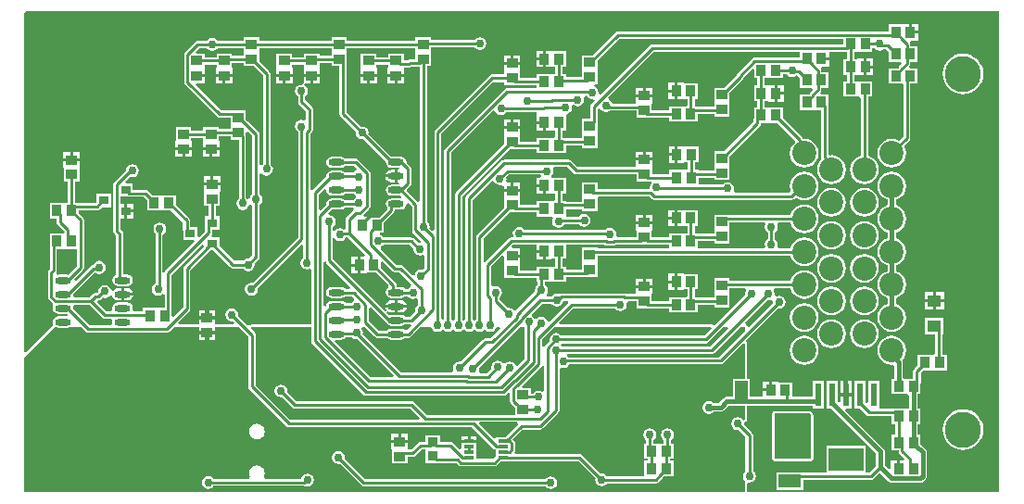
<source format=gbl>
%FSLAX23Y23*%
%MOIN*%
%SFA1B1*%

%IPPOS*%
%ADD13C,0.010000*%
%ADD17R,0.051180X0.043310*%
%ADD18R,0.039370X0.035430*%
%ADD19R,0.037400X0.033470*%
%ADD23O,0.057090X0.023620*%
%ADD24R,0.035430X0.039370*%
%ADD25R,0.035430X0.031500*%
%ADD28R,0.080710X0.045280*%
%ADD29R,0.045280X0.080710*%
%ADD32R,0.023620X0.082680*%
%ADD33R,0.125980X0.082680*%
%ADD58C,0.030000*%
%ADD59C,0.015000*%
%ADD62C,0.129920*%
%ADD63C,0.086610*%
%ADD64R,0.035430X0.011810*%
%LNpedalbox-1*%
%LPD*%
G36*
X1271Y1595D02*
D01*
Y1593*
Y1581*
X1228*
Y1587*
X1173*
Y1575*
X1130*
Y1587*
X1100*
X1097Y1594*
X1111Y1607*
X1138*
X1140Y1604*
X1148Y1599*
X1157Y1597*
X1166Y1599*
X1174Y1604*
X1176Y1607*
X1271*
Y1595*
G37*
G36*
X1586D02*
D01*
Y1593*
Y1581*
X1543*
Y1587*
X1488*
Y1575*
X1445*
Y1587*
X1389*
Y1536*
X1387*
Y1513*
X1447*
Y1536*
X1445*
Y1548*
X1488*
Y1536*
X1486*
Y1513*
X1515*
X1545*
Y1536*
X1543*
Y1554*
X1586*
Y1542*
X1615*
Y1371*
X1616Y1366*
X1619Y1361*
X1674Y1307*
X1673Y1303*
X1675Y1294*
X1680Y1286*
X1688Y1281*
X1697Y1279*
X1700Y1280*
X1783Y1198*
X1782Y1197*
X1784Y1189*
X1788Y1182*
X1795Y1178*
X1803Y1176*
X1831*
X1832Y1176*
X1829Y1169*
X1828Y1169*
X1824*
Y1147*
Y1124*
X1828*
X1829Y1124*
X1832Y1117*
X1831Y1117*
X1803*
X1795Y1115*
X1788Y1111*
X1784Y1104*
X1782Y1097*
X1784Y1089*
X1788Y1082*
X1795Y1078*
X1803Y1076*
X1835*
X1838Y1074*
X1837Y1071*
X1834Y1067*
X1803*
X1795Y1065*
X1788Y1061*
X1784Y1054*
X1782Y1047*
X1784Y1039*
X1787Y1035*
Y1028*
X1756Y998*
X1724*
Y1000*
X1704*
X1701Y1007*
X1722Y1028*
X1725Y1032*
X1726Y1037*
Y1157*
X1725Y1162*
X1722Y1166*
X1682Y1206*
X1678Y1209*
X1673Y1210*
X1637*
X1636Y1211*
X1629Y1215*
X1622Y1217*
X1588*
X1580Y1215*
X1574Y1211*
X1569Y1204*
X1568Y1197*
X1569Y1189*
X1574Y1182*
X1580Y1178*
X1588Y1176*
X1622*
X1629Y1178*
X1636Y1182*
X1637Y1183*
X1667*
X1677Y1174*
X1675Y1166*
X1668Y1162*
X1666Y1159*
X1637*
X1636Y1161*
X1629Y1165*
X1622Y1167*
X1588*
X1580Y1165*
X1574Y1161*
X1569Y1154*
X1568Y1147*
X1568Y1145*
X1519Y1096*
X1515Y1097*
X1512Y1099*
Y1300*
X1516Y1304*
X1519Y1309*
X1520Y1314*
Y1387*
X1519Y1392*
X1516Y1396*
X1492Y1420*
Y1433*
X1495Y1436*
X1501Y1443*
X1502Y1452*
X1501Y1461*
X1495Y1469*
X1488Y1474*
X1488Y1474*
X1492Y1481*
X1510*
Y1503*
X1486*
Y1482*
X1482Y1475*
X1479Y1476*
X1470Y1474*
X1462Y1469*
X1457Y1461*
X1455Y1452*
X1457Y1443*
X1462Y1436*
X1466Y1433*
Y1415*
X1467Y1410*
X1469Y1405*
X1494Y1381*
Y1351*
X1487Y1347*
X1479Y1349*
X1470Y1347*
X1462Y1342*
X1457Y1334*
X1455Y1325*
X1457Y1316*
X1462Y1309*
X1466Y1306*
Y925*
X1303Y762*
X1299Y763*
X1290Y761*
X1282Y756*
X1277Y749*
X1275Y740*
X1277Y731*
X1282Y723*
X1290Y718*
X1299Y716*
X1308Y718*
X1315Y723*
X1320Y731*
X1322Y740*
X1321Y744*
X1479Y901*
X1485Y898*
Y853*
X1482Y851*
X1477Y843*
X1475Y834*
X1477Y825*
X1482Y818*
X1490Y812*
X1499Y811*
X1507Y812*
X1509Y812*
X1514Y809*
Y613*
X1299*
X1296Y613*
X1293Y611*
X1285Y610*
X1251Y644*
X1252Y648*
X1250Y657*
X1245Y665*
X1237Y670*
X1228Y671*
X1219Y670*
X1212Y665*
X1206Y657*
X1205Y648*
X1206Y639*
X1212Y631*
X1219Y626*
X1228Y624*
X1232Y625*
X1238Y620*
X1235Y613*
X1169*
Y629*
X1110*
Y613*
X1038*
X1035Y620*
X1075Y660*
X1078Y664*
X1079Y669*
Y808*
X1150Y879*
X1162*
X1222Y819*
X1226Y816*
X1232Y815*
X1268*
X1270Y812*
X1278Y807*
X1287Y805*
X1296Y807*
X1303Y812*
X1309Y819*
X1310Y828*
X1310Y832*
X1324Y847*
X1327Y851*
X1328Y856*
Y1044*
X1331Y1046*
X1336Y1054*
X1338Y1062*
X1336Y1071*
X1331Y1079*
X1328Y1081*
Y1155*
X1335Y1157*
X1336Y1155*
X1344Y1150*
X1353Y1148*
X1362Y1150*
X1369Y1155*
X1375Y1163*
X1376Y1172*
X1375Y1181*
X1369Y1188*
X1366Y1191*
Y1515*
X1365Y1520*
X1362Y1525*
X1326Y1560*
Y1593*
Y1595*
Y1607*
X1586*
Y1595*
G37*
G36*
X1889D02*
D01*
Y1593*
Y1568*
X1870*
X1865Y1567*
X1860Y1564*
X1858Y1562*
X1846*
Y1587*
X1791*
Y1575*
X1748*
Y1587*
X1692*
Y1536*
X1690*
Y1513*
X1750*
Y1536*
X1748*
Y1548*
X1791*
Y1536*
X1789*
Y1513*
X1818*
X1848*
Y1536*
X1864*
X1869Y1537*
X1873Y1539*
X1875Y1541*
X1904*
Y1057*
X1903Y1057*
X1897Y1055*
X1856Y1095*
X1856Y1097*
X1856Y1098*
X1870Y1112*
X1873Y1116*
X1874Y1121*
Y1172*
X1873Y1177*
X1870Y1181*
X1856Y1195*
X1856Y1197*
X1855Y1204*
X1850Y1211*
X1844Y1215*
X1836Y1217*
X1803*
X1801Y1217*
X1719Y1299*
X1720Y1303*
X1718Y1312*
X1713Y1319*
X1705Y1324*
X1697Y1326*
X1693Y1325*
X1642Y1376*
Y1555*
X1641Y1556*
Y1593*
Y1595*
Y1607*
X1889*
Y1595*
G37*
G36*
X1271Y1542D02*
X1308D01*
X1340Y1510*
Y1191*
X1336Y1188*
X1335Y1186*
X1328Y1188*
Y1296*
X1327Y1302*
X1324Y1306*
X1286Y1344*
X1284Y1345*
X1279Y1350*
Y1383*
X1240*
X1239Y1383*
X1190*
X1099Y1474*
X1102Y1481*
X1132*
Y1503*
X1102*
Y1513*
X1132*
Y1536*
X1130*
Y1548*
X1173*
Y1536*
X1171*
Y1513*
X1200*
X1230*
Y1536*
X1228*
Y1554*
X1271*
Y1542*
G37*
G36*
X3428Y1620D02*
X2740D01*
X2735Y1619*
X2731Y1616*
X2553Y1439*
X2552Y1439*
X2546Y1447*
X2547Y1448*
X2545Y1457*
X2540Y1465*
X2532Y1470*
X2532Y1470*
X2535Y1477*
X2543*
Y1523*
Y1528*
Y1535*
Y1563*
X2621Y1641*
X3428*
Y1620*
G37*
G36*
X2507Y1432D02*
X2514Y1427D01*
X2523Y1425*
X2525Y1425*
X2533Y1420*
X2533Y1418*
X2521Y1406*
X2518Y1402*
X2517Y1397*
Y1352*
X2488*
Y1306*
Y1301*
Y1294*
Y1282*
X2430*
Y1284*
X2417*
Y1311*
X2430*
Y1363*
Y1367*
X2435Y1371*
X2438Y1372*
X2445Y1377*
X2450Y1384*
X2452Y1393*
X2451Y1399*
X2457Y1403*
X2463Y1399*
X2472Y1397*
X2481Y1399*
X2489Y1404*
X2494Y1412*
X2495Y1421*
X2494Y1429*
X2497Y1435*
X2504Y1436*
X2507Y1432*
G37*
G36*
X3270Y1573D02*
X3109D01*
X3104Y1572*
X3100Y1569*
X3048Y1517*
X3045Y1513*
X3044Y1510*
X3000Y1465*
X2963*
Y1419*
Y1414*
Y1407*
Y1396*
X2905*
Y1397*
X2893*
Y1425*
X2905*
Y1480*
X2854*
Y1482*
X2831*
Y1452*
Y1423*
X2854*
Y1425*
X2866*
Y1402*
X2861Y1397*
X2854*
X2847*
X2801*
Y1383*
X2739*
Y1408*
X2741*
Y1431*
X2711*
X2681*
Y1408*
X2596*
X2596Y1410*
X2591Y1418*
X2584Y1422*
X2582Y1430*
X2746Y1594*
X3270*
Y1573*
G37*
G36*
X3106Y1529D02*
Y1499D01*
X3119*
Y1472*
X3106*
Y1417*
X3118*
Y1393*
X3106*
Y1354*
X3105Y1353*
Y1342*
X3001Y1237*
X2964*
Y1191*
Y1185*
Y1178*
Y1167*
X2906*
Y1169*
X2894*
Y1196*
X2906*
Y1252*
X2855*
Y1254*
X2832*
Y1224*
Y1194*
X2855*
Y1196*
X2867*
Y1169*
X2855*
X2853*
X2802*
Y1155*
X2740*
Y1179*
X2742*
Y1202*
X2712*
X2682*
Y1180*
X2471*
X2449Y1202*
X2445Y1205*
X2440Y1206*
X2208*
X2203Y1205*
X2199Y1202*
X2072Y1075*
X2069Y1071*
X2068Y1066*
Y631*
X2062Y627*
X2057Y631*
Y1073*
X2227Y1243*
X2247*
X2248Y1243*
X2325*
Y1229*
X2371*
X2377*
X2384*
X2430*
Y1256*
X2488*
Y1247*
X2543*
Y1294*
Y1299*
Y1306*
Y1338*
X2543Y1339*
Y1387*
X2547Y1390*
X2555Y1388*
X2558Y1384*
X2565Y1379*
X2574Y1378*
X2583Y1379*
X2587Y1382*
X2683*
Y1357*
X2721*
X2722Y1356*
X2801*
Y1342*
X2847*
X2852*
X2859*
X2905*
Y1369*
X2963*
Y1361*
X3018*
Y1407*
Y1412*
Y1419*
Y1446*
X3067Y1495*
X3069Y1499*
X3070Y1502*
X3100Y1532*
X3106Y1529*
G37*
G36*
X2175Y1379D02*
X2180Y1373D01*
X2187Y1368*
X2196Y1366*
X2205Y1368*
X2213Y1373*
X2215Y1376*
X2277*
X2280Y1376*
X2323*
X2323Y1369*
Y1369*
Y1344*
X2351*
Y1339*
X2356*
Y1309*
X2379*
Y1311*
X2391*
Y1289*
X2386Y1284*
X2378*
X2371*
X2325*
Y1270*
X2263*
Y1295*
X2265*
Y1317*
X2236*
X2206*
Y1295*
X2208*
Y1262*
X2034Y1088*
X2031Y1084*
X2030Y1079*
Y631*
X2024Y627*
X2019Y631*
Y1233*
X2168Y1382*
X2175Y1379*
G37*
G36*
X944Y1739D02*
X3989D01*
Y10*
X3082*
Y40*
X3088Y44*
X3090Y44*
X3099Y46*
X3107Y51*
X3112Y58*
X3114Y67*
X3112Y76*
X3107Y84*
X3103Y86*
Y214*
X3102Y219*
X3099Y223*
X3070Y252*
X3071Y256*
X3070Y261*
X3077Y263*
X3077Y263*
X3077Y263*
X3078Y264*
X3079Y264*
X3080Y265*
X3080Y265*
X3081Y266*
X3082Y267*
X3082Y267*
X3082Y267*
X3082Y269*
X3082Y270*
X3082Y270*
X3082Y271*
Y321*
X3091*
Y321*
X3317*
Y311*
X3356*
Y410*
X3317*
Y353*
X3245*
Y405*
X3194*
Y407*
X3171*
Y377*
X3166*
Y372*
X3138*
Y353*
X3091*
Y418*
X3082*
Y542*
X3082Y546*
X3080Y548*
X3079Y556*
X3192Y670*
X3196Y669*
X3205Y671*
X3213Y676*
X3218Y683*
X3220Y692*
X3218Y701*
X3213Y709*
X3205Y714*
X3196Y716*
X3187Y714*
X3186Y713*
X3180Y717*
X3181Y723*
X3179Y732*
X3176Y736*
X3180Y743*
X3237*
X3237Y743*
X3242Y731*
X3250Y720*
X3261Y712*
X3274Y706*
X3287Y705*
X3300Y706*
X3313Y712*
X3323Y720*
X3332Y731*
X3337Y743*
X3339Y756*
X3337Y770*
X3332Y782*
X3323Y793*
X3313Y801*
X3300Y806*
X3287Y808*
X3274Y806*
X3261Y801*
X3250Y793*
X3242Y782*
X3237Y770*
X3237Y770*
X3018*
Y779*
X2963*
Y733*
Y728*
Y721*
Y710*
X2905*
Y711*
X2893*
Y739*
X2905*
Y794*
X2854*
Y796*
X2831*
Y766*
Y737*
X2854*
Y739*
X2866*
Y716*
X2861Y711*
X2854*
X2847*
X2801*
Y697*
X2739*
Y722*
X2741*
Y745*
X2711*
X2681*
Y722*
X2644*
X2642Y724*
X2637Y725*
X2414*
X2409Y724*
X2406Y722*
X2397Y724*
X2388Y722*
X2381Y717*
X2378Y714*
X2363*
X2361Y716*
X2360Y721*
X2364Y727*
X2365Y736*
X2364Y745*
X2359Y752*
X2355Y755*
Y766*
X2377*
X2378*
X2430*
Y785*
X2503*
X2504Y785*
X2543*
Y836*
Y838*
Y860*
X3237*
X3242Y849*
X3250Y838*
X3261Y830*
X3274Y825*
X3287Y823*
X3300Y825*
X3313Y830*
X3323Y838*
X3332Y849*
X3337Y861*
X3339Y875*
X3337Y888*
X3332Y900*
X3323Y911*
X3313Y919*
X3300Y924*
X3287Y926*
X3274Y924*
X3261Y919*
X3250Y911*
X3242Y900*
X3237Y888*
X3237Y886*
X3194*
X3191Y893*
X3192Y901*
X3190Y910*
X3185Y918*
X3182Y920*
Y945*
X3185Y947*
X3190Y955*
X3192Y964*
X3191Y972*
X3191Y974*
X3194Y979*
X3237*
X3237Y979*
X3242Y967*
X3250Y956*
X3261Y948*
X3274Y943*
X3287Y941*
X3300Y943*
X3313Y948*
X3323Y956*
X3332Y967*
X3337Y979*
X3339Y993*
X3337Y1006*
X3332Y1018*
X3323Y1029*
X3313Y1037*
X3300Y1043*
X3287Y1044*
X3274Y1043*
X3261Y1037*
X3250Y1029*
X3242Y1018*
X3237Y1006*
X3237Y1006*
X3018*
Y1008*
X2963*
Y957*
Y955*
Y939*
X2905*
Y941*
X2893*
Y968*
X2905*
Y1023*
X2854*
Y1025*
X2831*
Y996*
Y966*
X2854*
Y968*
X2866*
Y941*
X2854*
X2852*
X2801*
Y926*
X2739*
Y951*
X2741*
Y974*
X2711*
X2681*
Y951*
X2683*
Y926*
X2616*
X2611Y933*
X2612Y937*
X2610Y946*
X2605Y954*
X2597Y959*
X2588Y961*
X2579Y959*
X2572Y954*
X2571Y953*
X2282*
X2279Y958*
X2271Y963*
X2262Y965*
X2253Y963*
X2246Y958*
X2241Y950*
X2239Y941*
X2240Y933*
X2240Y931*
X2237Y926*
X2233*
X2228Y925*
X2224Y922*
X2140Y838*
X2138Y838*
X2133Y841*
Y922*
X2227Y1016*
X2247*
X2248Y1016*
X2325*
Y1001*
X2371*
X2380*
X2383Y994*
X2382Y993*
X2380Y984*
X2382Y975*
X2387Y967*
X2395Y962*
X2404Y960*
X2413Y962*
X2420Y967*
X2424Y972*
X2478*
X2479Y971*
X2487Y966*
X2496Y964*
X2505Y966*
X2512Y971*
X2517Y979*
X2519Y988*
X2517Y997*
X2512Y1004*
X2505Y1009*
X2496Y1011*
X2487Y1009*
X2479Y1004*
X2476Y999*
X2436*
X2430Y1001*
Y1028*
X2488*
Y1020*
X2543*
Y1071*
X2549Y1073*
X2730*
X2738Y1064*
X2743Y1062*
X2748Y1061*
X3241*
X3246Y1062*
X3251Y1064*
X3256Y1070*
X3261Y1066*
X3274Y1061*
X3287Y1059*
X3300Y1061*
X3313Y1066*
X3323Y1074*
X3332Y1085*
X3337Y1097*
X3339Y1111*
X3337Y1124*
X3332Y1137*
X3323Y1147*
X3313Y1156*
X3300Y1161*
X3287Y1162*
X3274Y1161*
X3261Y1156*
X3250Y1147*
X3242Y1137*
X3237Y1124*
X3235Y1111*
X3237Y1097*
X3239Y1093*
X3234Y1087*
X3037*
X3033Y1094*
X3035Y1102*
X3033Y1111*
X3028Y1118*
X3020Y1124*
X3011Y1125*
X3002Y1124*
X2995Y1118*
X2994Y1117*
X2906*
Y1141*
X2964*
Y1132*
X3019*
Y1178*
Y1184*
Y1191*
Y1218*
X3128Y1327*
X3131Y1331*
X3132Y1336*
Y1338*
X3157*
X3164*
X3192*
X3254Y1275*
X3254Y1268*
X3250Y1265*
X3242Y1255*
X3237Y1242*
X3235Y1229*
X3237Y1215*
X3242Y1203*
X3250Y1192*
X3261Y1184*
X3274Y1179*
X3287Y1177*
X3300Y1179*
X3313Y1184*
X3323Y1192*
X3332Y1203*
X3337Y1215*
X3339Y1229*
X3337Y1242*
X3332Y1255*
X3323Y1265*
X3313Y1274*
X3300Y1279*
X3287Y1281*
X3285Y1280*
X3284Y1281*
X3282Y1285*
X3210Y1357*
Y1393*
X3164*
X3159*
X3152*
X3145*
Y1417*
X3157*
Y1415*
X3180*
Y1444*
Y1474*
X3157*
Y1472*
X3145*
Y1499*
X3158*
X3159*
X3211*
Y1514*
X3225*
X3227Y1510*
X3235Y1505*
X3244Y1504*
X3253Y1505*
X3259Y1510*
X3261*
X3270Y1501*
Y1464*
X3315*
X3317Y1457*
X3309Y1448*
X3306Y1444*
X3306Y1444*
X3303Y1441*
X3270*
Y1385*
X3316*
X3321*
X3323*
X3348*
Y1214*
X3349Y1209*
X3350Y1208*
X3349Y1206*
X3341Y1196*
X3335Y1183*
X3334Y1170*
X3335Y1156*
X3341Y1144*
X3349Y1133*
X3359Y1125*
X3372Y1120*
X3385Y1118*
X3399Y1120*
X3411Y1125*
X3422Y1133*
X3430Y1144*
X3435Y1156*
X3437Y1170*
X3435Y1183*
X3430Y1196*
X3422Y1206*
X3411Y1215*
X3399Y1220*
X3385Y1222*
X3380Y1221*
X3375Y1225*
Y1400*
X3375Y1401*
Y1441*
X3348*
X3345Y1447*
X3346Y1448*
X3348Y1452*
X3349Y1457*
Y1464*
X3375*
Y1519*
X3349*
Y1526*
X3348Y1531*
X3347Y1534*
X3350Y1541*
X3377*
Y1565*
X3349*
Y1575*
X3377*
Y1594*
X3440*
Y1567*
X3428*
Y1511*
X3440*
Y1488*
X3428*
Y1432*
X3474*
X3479*
X3485*
X3490Y1427*
Y1220*
X3490Y1220*
X3478Y1215*
X3467Y1206*
X3459Y1196*
X3453Y1183*
X3452Y1170*
X3453Y1156*
X3459Y1144*
X3467Y1133*
X3478Y1125*
X3490Y1120*
X3503Y1118*
X3517Y1120*
X3529Y1125*
X3540Y1133*
X3548Y1144*
X3553Y1156*
X3555Y1170*
X3553Y1183*
X3548Y1196*
X3540Y1206*
X3529Y1215*
X3517Y1220*
X3517Y1220*
Y1432*
X3532*
Y1488*
X3486*
X3481*
X3474*
X3467*
Y1511*
X3479*
Y1509*
X3501*
Y1539*
Y1569*
X3479*
Y1567*
X3467*
Y1594*
X3479*
X3481*
X3532*
Y1608*
X3540*
X3542Y1605*
X3550Y1600*
X3559Y1598*
X3568Y1600*
X3574Y1604*
X3581*
X3590Y1595*
Y1558*
X3634*
X3637Y1551*
X3629Y1543*
X3626Y1539*
X3626Y1538*
X3623Y1535*
X3590*
Y1480*
X3641*
X3643Y1473*
Y1289*
X3628Y1274*
X3628Y1274*
X3615Y1279*
X3602Y1281*
X3588Y1279*
X3576Y1274*
X3565Y1265*
X3557Y1255*
X3552Y1242*
X3550Y1229*
X3552Y1215*
X3557Y1203*
X3565Y1192*
X3576Y1184*
X3588Y1179*
X3602Y1177*
X3615Y1179*
X3628Y1184*
X3638Y1192*
X3647Y1203*
X3652Y1215*
X3654Y1229*
X3652Y1242*
X3647Y1255*
X3647Y1255*
X3665Y1274*
X3668Y1278*
X3669Y1283*
Y1480*
X3695*
Y1535*
X3668*
X3665Y1542*
X3665Y1542*
X3668Y1546*
X3669Y1551*
Y1558*
X3695*
Y1614*
X3669*
Y1621*
X3668Y1626*
X3667Y1628*
X3670Y1635*
X3697*
Y1660*
X3669*
Y1665*
X3664*
Y1695*
X3641*
Y1693*
X3590*
Y1667*
X2616*
X2611Y1666*
X2606Y1664*
X2524Y1581*
X2488*
Y1535*
Y1530*
Y1523*
Y1503*
X2430*
Y1513*
X2417*
Y1541*
X2430*
Y1596*
X2379*
Y1598*
X2356*
Y1568*
Y1539*
X2379*
Y1541*
X2391*
Y1513*
X2378*
X2377*
X2325*
Y1499*
X2263*
Y1524*
X2265*
Y1547*
X2236*
X2206*
Y1524*
X2208*
Y1512*
X2163*
X2158Y1511*
X2154Y1508*
X1960Y1314*
X1957Y1310*
X1956Y1305*
Y953*
X1949Y950*
X1939Y960*
X1940Y964*
X1938Y973*
X1933Y981*
X1930Y983*
Y1542*
X1945*
Y1593*
Y1595*
Y1610*
X2102*
X2104Y1607*
X2112Y1602*
X2121Y1600*
X2130Y1602*
X2137Y1607*
X2142Y1615*
X2144Y1624*
X2142Y1632*
X2137Y1640*
X2130Y1645*
X2121Y1647*
X2112Y1645*
X2104Y1640*
X2102Y1637*
X1945*
Y1646*
X1889*
Y1634*
X1641*
Y1646*
X1586*
Y1634*
X1326*
Y1646*
X1271*
Y1634*
X1176*
X1174Y1637*
X1166Y1642*
X1157Y1644*
X1148Y1642*
X1140Y1637*
X1138Y1634*
X1105*
X1100Y1633*
X1096Y1630*
X1060Y1594*
X1057Y1590*
X1056Y1585*
Y1485*
X1057Y1480*
X1060Y1476*
X1176Y1360*
X1180Y1357*
X1185Y1356*
X1224*
Y1336*
Y1331*
Y1329*
Y1317*
X1181*
Y1323*
X1125*
Y1311*
X1082*
Y1323*
X1027*
Y1272*
X1025*
Y1250*
X1084*
Y1272*
X1082*
Y1284*
X1125*
Y1272*
X1123*
Y1250*
X1153*
X1183*
Y1272*
X1181*
Y1290*
X1224*
Y1278*
X1253*
Y1067*
X1251Y1065*
X1246Y1058*
X1244Y1049*
X1246Y1040*
X1251Y1032*
X1258Y1027*
X1267Y1025*
X1276Y1027*
X1284Y1032*
X1289Y1040*
X1290Y1043*
X1297Y1045*
X1301Y1041*
Y862*
X1291Y851*
X1287Y852*
X1278Y850*
X1270Y845*
X1268Y842*
X1237*
X1183Y896*
Y927*
X1156*
X1154Y934*
X1157Y937*
X1158Y942*
Y954*
X1183*
Y1002*
X1170*
Y1039*
X1185*
Y1090*
X1187*
Y1113*
X1157*
X1127*
Y1090*
X1129*
Y1039*
X1144*
Y1002*
X1131*
Y968*
X1131Y967*
Y948*
X1110Y927*
X1104Y930*
Y964*
X1079*
Y986*
X1078Y991*
X1075Y995*
X1028Y1042*
Y1078*
X982*
X977*
X970*
X942*
X926Y1095*
X922Y1097*
X917Y1098*
X872*
Y1120*
X846*
X843Y1126*
X861Y1144*
X862Y1144*
X871Y1142*
X880Y1144*
X887Y1149*
X892Y1157*
X894Y1166*
X892Y1175*
X887Y1182*
X880Y1188*
X871Y1189*
X862Y1188*
X854Y1182*
X849Y1175*
X848Y1168*
X806Y1126*
X803Y1122*
X802Y1117*
Y948*
X803Y943*
X806Y938*
X810Y934*
Y790*
X804Y786*
X800Y779*
X798Y771*
X800Y764*
X804Y757*
X811Y753*
X818Y751*
X852*
X860Y753*
X866Y757*
X871Y764*
X872Y771*
X871Y779*
X866Y786*
X860Y790*
X852Y792*
X837*
Y939*
X836Y945*
X833Y949*
X828Y953*
Y995*
X841*
Y1021*
Y1047*
X828*
Y1072*
X855*
X857Y1072*
X911*
X924Y1060*
Y1023*
X970*
X975*
X982*
X1009*
X1052Y980*
Y951*
X1053Y950*
Y917*
X1091*
X1094Y910*
X989Y806*
X987Y802*
X986Y801*
X979Y801*
Y935*
X986Y940*
X991Y947*
X992Y956*
X991Y965*
X986Y973*
X978Y978*
X969Y980*
X960Y978*
X952Y973*
X947Y965*
X946Y956*
X947Y947*
X952Y940*
X953Y939*
Y760*
X947Y756*
X941Y749*
X940Y740*
X941Y731*
X947Y723*
X954Y718*
X963Y716*
X972Y718*
X979Y722*
X983Y721*
X986Y719*
Y673*
X960*
X959*
X907*
Y660*
X876*
X871Y667*
X872Y671*
X871Y679*
X866Y686*
X860Y690*
X852Y692*
X818*
X811Y690*
X804Y686*
X800Y679*
X798Y671*
X799Y667*
X795Y660*
X777*
X745Y692*
X748Y699*
X748*
X753Y700*
X758Y703*
X764Y710*
X771Y708*
X780Y710*
X788Y715*
X790Y718*
X797Y717*
X798Y713*
X803Y706*
X810Y701*
X818Y699*
X830*
Y721*
Y744*
X818*
X810Y742*
X803Y737*
X801Y735*
X794Y736*
X793Y741*
X788Y748*
X780Y753*
X771Y755*
X762Y753*
X755Y748*
X749Y741*
X748Y732*
X748Y731*
X743Y726*
X737*
X732Y724*
X728Y722*
X716Y710*
X661*
X657Y717*
X657Y721*
X657Y723*
X736Y801*
X742Y797*
X751Y795*
X760Y797*
X768Y802*
X773Y809*
X775Y818*
X773Y827*
X768Y835*
X760Y840*
X751Y842*
X742Y840*
X735Y835*
X730Y828*
X725Y827*
X721Y824*
X668Y771*
X661Y774*
X661Y776*
X692Y807*
X695Y812*
X696Y817*
Y989*
X695Y994*
X692Y999*
X678Y1013*
Y1023*
X743*
X748Y1024*
X753Y1027*
X760Y1035*
X793*
Y1082*
X742*
Y1054*
X738Y1050*
X665*
Y1126*
X680*
Y1177*
X682*
Y1200*
X652*
X622*
Y1177*
X624*
Y1126*
X639*
Y1050*
X626*
X625*
X619*
X573*
Y994*
X598*
Y981*
X599Y976*
X602Y972*
X626Y948*
Y947*
X625Y940*
X573*
Y901*
X573Y900*
Y814*
X570Y810*
X567Y806*
X566Y801*
Y711*
X567Y706*
X570Y702*
X584Y687*
X585Y679*
X584Y671*
X585Y664*
X590Y657*
X596Y653*
X604Y651*
X636*
X639Y648*
X638Y646*
X635Y642*
X604*
X596Y640*
X590Y636*
X585Y629*
X584Y621*
X585Y614*
X587Y611*
X587Y611*
X489Y512*
X482Y515*
X482Y1734*
X487Y1739*
X944Y1739*
G37*
G36*
X2342Y1148D02*
X2338Y1141D01*
X2323*
Y1117*
X2351*
Y1112*
X2356*
Y1082*
X2379*
Y1084*
X2391*
Y1062*
X2386Y1057*
X2378*
X2371*
X2325*
Y1042*
X2263*
Y1067*
X2265*
Y1090*
X2236*
X2206*
Y1067*
X2208*
Y1035*
X2110Y937*
X2107Y933*
X2106Y928*
Y631*
X2100Y627*
X2095Y631*
Y1060*
X2164Y1130*
X2171Y1127*
X2176Y1121*
X2183Y1116*
X2192Y1114*
X2199Y1115*
X2206Y1111*
Y1100*
X2231*
Y1123*
X2218*
X2214Y1130*
X2216Y1137*
X2215Y1141*
X2225Y1152*
X2339*
X2342Y1148*
G37*
G36*
X2457Y1157D02*
X2461Y1155D01*
X2466Y1153*
X2684*
Y1128*
X2724*
X2725Y1128*
X2735*
X2736Y1126*
X2738Y1121*
X2734Y1115*
X2732Y1106*
X2732Y1105*
X2728Y1099*
X2543*
Y1125*
X2488*
Y1078*
Y1073*
Y1066*
Y1055*
X2430*
Y1057*
X2417*
Y1084*
X2430*
Y1139*
X2381*
X2379Y1141*
X2378Y1148*
X2383Y1156*
X2385Y1165*
X2384Y1173*
X2387Y1180*
X2434*
X2457Y1157*
G37*
G36*
X1301Y1291D02*
Y1081D01*
X1298Y1079*
X1293Y1071*
X1292Y1066*
X1285Y1065*
X1279Y1069*
Y1291*
X1279Y1292*
Y1304*
X1286Y1307*
X1301Y1291*
G37*
G36*
X1568Y1098D02*
X1568Y1097D01*
X1569Y1089*
X1574Y1082*
X1580Y1078*
X1588Y1076*
X1622*
X1629Y1078*
X1636Y1082*
X1637Y1084*
X1666*
X1668Y1081*
X1674Y1077*
X1675Y1074*
Y1073*
X1674Y1069*
X1668Y1065*
X1665Y1061*
X1636*
X1629Y1065*
X1622Y1067*
X1588*
X1580Y1065*
X1574Y1061*
X1569Y1054*
X1568Y1047*
X1568Y1045*
X1547Y1024*
X1541Y1027*
Y1080*
X1562Y1101*
X1568Y1098*
G37*
G36*
X1666Y1030D02*
X1665Y1022D01*
X1642Y999*
X1639Y994*
X1638Y989*
Y959*
X1631Y955*
X1627Y958*
X1618Y960*
X1609Y958*
X1601Y953*
X1598Y949*
X1591Y951*
Y965*
X1595Y967*
X1600Y975*
X1601Y984*
X1600Y993*
X1595Y1000*
X1587Y1005*
X1578Y1007*
X1577Y1007*
X1574Y1014*
X1587Y1027*
X1588Y1026*
X1622*
X1629Y1028*
X1636Y1032*
X1637Y1034*
X1663*
X1666Y1030*
G37*
G36*
X1708Y863D02*
X1705Y856D01*
X1691*
Y826*
Y797*
X1713*
Y799*
X1746*
X1792Y752*
X1791Y744*
X1788Y742*
X1784Y736*
X1782Y728*
X1784Y720*
X1788Y714*
X1795Y709*
X1803Y708*
X1836*
X1844Y709*
X1850Y714*
X1851Y715*
X1862*
X1865Y711*
X1872Y706*
X1881Y705*
X1889Y706*
X1892Y706*
X1896Y703*
Y683*
X1893Y681*
X1888Y674*
X1886Y665*
X1887Y661*
X1868Y641*
X1851*
X1850Y642*
X1844Y647*
X1836Y648*
X1803*
X1795Y647*
X1794Y646*
X1784Y656*
X1789Y661*
X1791Y660*
X1794Y658*
X1803Y656*
X1814*
Y673*
X1781*
X1782Y670*
X1784Y666*
X1786Y664*
X1780Y660*
X1591Y849*
Y922*
X1598Y924*
X1601Y920*
X1609Y915*
X1618Y913*
X1627Y915*
X1634Y920*
X1638Y926*
X1645*
X1708Y863*
G37*
G36*
X1876Y1038D02*
Y952D01*
X1877Y947*
X1879Y943*
X1908Y914*
X1906Y909*
X1905Y908*
X1898Y907*
X1883Y922*
X1879Y925*
X1874Y926*
X1774*
X1772Y929*
X1764Y935*
X1761Y935*
X1762Y942*
X1775*
Y979*
X1809Y1013*
X1812Y1017*
X1813Y1022*
Y1026*
X1836*
X1844Y1028*
X1850Y1032*
X1855Y1039*
X1856Y1047*
X1856Y1048*
X1862Y1051*
X1876Y1038*
G37*
G36*
X3147Y974D02*
X3147Y972D01*
X3145Y964*
X3147Y955*
X3152Y947*
X3156Y945*
Y920*
X3152Y918*
X3147Y910*
X3145Y901*
X3147Y893*
X3143Y886*
X2905*
Y912*
X2963*
Y904*
X3018*
Y955*
Y957*
Y979*
X3144*
X3147Y974*
G37*
G36*
X2724Y900D02*
X2801D01*
Y886*
X2543*
Y889*
X2488*
Y838*
Y836*
Y811*
X2430*
Y821*
X2417*
Y849*
X2430*
Y900*
X2568*
X2571Y897*
X2576Y896*
X2600*
X2605Y897*
X2608Y900*
X2698*
X2700Y900*
X2723*
X2724Y900*
G37*
G36*
X670Y822D02*
X639Y791D01*
X637Y792*
X604*
X603Y791*
X597Y797*
X597Y801*
X598Y803*
X599Y808*
Y885*
X625*
X626*
X632*
X670*
Y822*
G37*
G36*
X2323Y881D02*
X2351D01*
Y876*
X2356*
Y847*
X2379*
Y849*
X2391*
Y821*
X2378*
X2377*
X2325*
Y807*
X2263*
Y832*
X2265*
Y855*
X2236*
Y865*
X2265*
Y887*
X2236*
X2233Y894*
X2239Y900*
X2323*
Y881*
G37*
G36*
X1882Y886D02*
X1882Y884D01*
X1883Y875*
X1889Y868*
X1896Y863*
X1905Y861*
X1913Y862*
X1920Y859*
Y817*
X1913Y810*
X1909Y810*
X1900Y809*
X1892Y803*
X1887Y796*
X1886Y791*
X1879Y789*
X1844Y824*
X1839Y827*
X1834Y828*
X1820*
X1763Y884*
X1765Y892*
X1772Y896*
X1774Y900*
X1868*
X1882Y886*
G37*
G36*
X1805Y805D02*
X1809Y802D01*
X1814Y801*
X1829*
X1874Y757*
X1871Y749*
X1865Y745*
X1862Y741*
X1851*
X1850Y742*
X1844Y747*
X1836Y748*
X1821*
Y755*
X1820Y760*
X1817Y765*
X1764Y817*
Y836*
X1771Y839*
X1805Y805*
G37*
G36*
X1566Y838D02*
X1569Y834D01*
X1655Y748*
X1652Y741*
X1637*
X1636Y742*
X1629Y747*
X1622Y748*
X1588*
X1580Y747*
X1574Y742*
X1569Y736*
X1568Y728*
X1569Y720*
X1574Y714*
X1580Y709*
X1588Y708*
X1622*
X1629Y709*
X1636Y714*
X1637Y715*
X1661*
X1669Y707*
X1667Y699*
X1660Y695*
X1658Y691*
X1637*
X1636Y692*
X1629Y697*
X1622Y698*
X1588*
X1580Y697*
X1574Y692*
X1569Y686*
X1568Y680*
X1566Y678*
X1560Y680*
X1559Y681*
Y838*
X1566Y839*
X1566Y838*
G37*
G36*
X3174Y698D02*
X3173Y692D01*
X3174Y688*
X3089Y604*
X3082Y607*
X3082Y608*
X3080Y611*
X3077Y613*
X3076Y613*
X3073Y620*
X3153Y700*
X3157Y699*
X3166Y701*
X3168Y702*
X3174Y698*
G37*
G36*
X2437Y698D02*
X2439Y691D01*
X2371Y623*
X2364Y625*
X2364Y627*
X2359Y634*
X2351Y639*
X2342Y641*
X2333Y639*
X2325Y634*
X2317Y635*
X2315Y638*
X2309Y643*
X2306Y650*
X2343Y687*
X2378*
X2381Y684*
X2388Y679*
X2397Y677*
X2406Y679*
X2414Y684*
X2419Y691*
X2420Y698*
X2436*
X2437Y698*
G37*
G36*
X3078Y736D02*
X3076Y733D01*
X3074Y724*
X3075Y720*
X2965Y610*
X2957Y611*
X2956Y612*
X2954Y613*
X2951Y613*
X2407*
X2405Y620*
X2455Y670*
X2607*
X2609Y667*
X2617Y662*
X2625Y660*
X2634Y662*
X2642Y667*
X2647Y675*
X2649Y684*
X2648Y689*
X2653Y696*
X2683*
Y671*
X2723*
X2724Y670*
X2801*
Y656*
X2847*
X2852*
X2859*
X2905*
Y683*
X2963*
Y675*
X3018*
Y721*
Y726*
Y733*
Y743*
X3075*
X3078Y736*
G37*
G36*
X2206Y858D02*
Y832D01*
X2208*
Y781*
X2247*
X2248Y781*
X2325*
Y766*
X2329*
Y755*
X2325Y752*
X2320Y745*
X2319Y736*
X2319Y732*
X2250Y663*
X2243Y663*
X2241Y666*
X2234Y671*
X2225Y673*
X2221Y672*
X2190Y703*
X2191Y710*
X2193Y711*
X2198Y719*
X2200Y728*
X2198Y737*
X2193Y744*
X2186Y750*
X2177Y751*
X2169Y750*
X2162Y753*
Y823*
X2200Y861*
X2206Y858*
G37*
G36*
X1128Y897D02*
X1128Y895D01*
X1057Y823*
X1054Y819*
X1053Y814*
Y675*
X1018Y640*
X1012Y643*
Y657*
X1012Y658*
Y791*
X1120Y899*
X1128Y897*
G37*
G36*
X2208Y1473D02*
X2247D01*
X2248Y1473*
X2325*
Y1462*
X2216*
X2211Y1461*
X2207Y1458*
X1996Y1247*
X1993Y1243*
X1992Y1238*
Y632*
X1987Y630*
X1982Y633*
Y1299*
X2168Y1485*
X2208*
Y1473*
G37*
G36*
X762Y637D02*
X767Y634D01*
X772Y633*
X795*
X799Y626*
X798Y621*
X799Y617*
X795Y610*
X718*
X657Y670*
X657Y671*
X657Y676*
X661Y683*
X716*
X762Y637*
G37*
G36*
X1784Y619D02*
X1786Y617D01*
X1788Y614*
X1795Y609*
X1803Y608*
X1836*
X1844Y609*
X1850Y614*
X1851Y615*
X1871*
X1874Y609*
X1874Y608*
X1858Y592*
X1851Y592*
X1850Y592*
X1844Y597*
X1836Y598*
X1803*
X1795Y597*
X1788Y592*
X1788Y591*
X1757*
X1722Y626*
Y671*
X1729Y674*
X1784Y619*
G37*
G36*
X1287Y570D02*
Y389D01*
X1288Y384*
X1291Y380*
X1424Y248*
X1428Y245*
X1433Y244*
X2092*
X2171Y165*
X2175Y162*
X2178Y162*
Y139*
X2167Y129*
X2107*
Y177*
X2109*
Y188*
X2081*
X2053*
Y177*
X2055*
Y166*
X2048Y163*
X2024Y188*
X2020Y190*
X2015Y191*
X1978*
Y215*
X1925*
Y191*
X1906*
X1901Y190*
X1897Y188*
X1873Y164*
X1862*
Y186*
X1802*
Y163*
X1804*
Y112*
X1860*
Y137*
X1878*
X1883Y138*
X1888Y141*
X1912Y165*
X1918*
X1925Y164*
Y114*
X1962*
X1963Y114*
X2035*
X2043Y106*
X2047Y103*
X2052Y102*
X2173*
X2178Y103*
X2182Y106*
X2196Y120*
X2229*
Y121*
X2473*
X2536Y59*
X2535Y55*
X2537Y46*
X2542Y38*
X2550Y33*
X2559Y31*
X2568Y33*
X2575Y38*
X2577Y41*
X2753*
X2758Y42*
X2762Y45*
X2777Y60*
X2778Y62*
X2783Y66*
X2816*
Y122*
X2803*
Y129*
X2816*
Y185*
X2808*
Y197*
X2811Y199*
X2816Y207*
X2818Y216*
X2816Y225*
X2811Y233*
X2804Y238*
X2795Y239*
X2786Y238*
X2778Y233*
X2773Y225*
X2771Y216*
X2773Y207*
X2778Y199*
X2782Y197*
Y185*
X2764*
X2762*
X2745*
Y197*
X2748Y199*
X2753Y207*
X2755Y216*
X2753Y225*
X2748Y233*
X2741Y238*
X2732Y239*
X2723Y238*
X2715Y233*
X2710Y225*
X2708Y216*
X2710Y207*
X2715Y199*
X2719Y197*
Y185*
X2711*
Y129*
X2723*
Y122*
X2711*
Y68*
X2577*
X2575Y71*
X2568Y76*
X2559Y78*
X2555Y77*
X2488Y144*
X2484Y147*
X2479Y148*
X2247*
X2244Y155*
X2246Y157*
X2247Y162*
Y185*
X2246Y190*
X2243Y194*
X2239Y199*
X2275Y235*
X2337*
X2342Y236*
X2346Y239*
X2402Y295*
X2405Y299*
X2406Y304*
Y454*
X2413Y458*
X2421Y456*
X2430Y458*
X2437Y463*
X2441Y469*
X2986*
X2991Y470*
X2995Y473*
X3068Y545*
X3074Y542*
Y418*
X3030*
Y353*
X3008*
X3002Y351*
X2997Y348*
X2979Y330*
X2961*
X2961Y331*
X2953Y336*
X2944Y338*
X2935Y336*
X2928Y331*
X2923Y323*
X2921Y314*
X2923Y305*
X2928Y298*
X2935Y293*
X2944Y291*
X2953Y293*
X2961Y298*
X2961Y299*
X2986*
X2992Y300*
X2997Y303*
X3015Y321*
X3060*
X3062Y321*
X3074*
Y271*
X3067Y268*
X3064Y273*
X3057Y278*
X3048Y280*
X3039Y278*
X3031Y273*
X3026Y265*
X3024Y256*
X3026Y247*
X3031Y240*
X3039Y235*
X3048Y233*
X3052Y234*
X3074Y211*
Y85*
X3073Y84*
X3068Y76*
X3067Y67*
X3068Y58*
X3073Y51*
X3074Y50*
Y10*
X482*
X482Y472*
Y494*
X593Y605*
X596Y603*
X604Y601*
X637*
X645Y603*
X649Y605*
X685*
X703Y587*
X707Y584*
X712Y583*
X993*
X998Y584*
X1003Y587*
X1021Y605*
X1110*
Y591*
X1169*
Y605*
X1252*
X1287Y570*
G37*
G36*
X2195Y599D02*
X2158Y562D01*
X2140*
X2134Y561*
X2130Y558*
X2051Y479*
X2047Y480*
X2038Y478*
X2030Y473*
X2025Y465*
X2023Y456*
X2025Y448*
X2021Y441*
X1836*
X1699Y578*
X1700Y582*
X1698Y591*
X1694Y598*
X1694Y601*
X1696Y605*
X1706*
X1742Y569*
X1746Y566*
X1751Y565*
X1788*
X1788Y564*
X1795Y559*
X1803Y558*
X1836*
X1844Y559*
X1850Y564*
X1851Y565*
X1863*
X1868Y566*
X1872Y569*
X1909Y605*
X1945*
X1946Y601*
X1951Y593*
X1959Y588*
X1967Y586*
X1976Y588*
X1984Y593*
X1989*
X1997Y588*
X2005Y586*
X2014Y588*
X2022Y593*
X2027*
X2035Y588*
X2043Y586*
X2052Y588*
X2060Y593*
X2065*
X2073Y588*
X2081Y586*
X2090Y588*
X2098Y593*
X2103*
X2111Y588*
X2119Y586*
X2128Y588*
X2136Y593*
X2141*
X2149Y588*
X2157Y586*
X2166Y588*
X2174Y593*
X2179Y601*
X2180Y605*
X2192*
X2195Y599*
G37*
G36*
X2954D02*
X2927Y572D01*
X2414*
X2411Y575*
X2404Y580*
X2395Y582*
X2386Y580*
X2378Y575*
X2373Y568*
X2371Y559*
X2372Y555*
X2354Y537*
X2351Y534*
X2347Y534*
X2344Y535*
Y559*
X2390Y605*
X2951*
X2954Y599*
G37*
G36*
X3014D02*
X2949Y533D01*
X2414*
X2412Y539*
X2414Y545*
X2933*
X2938Y546*
X2942Y549*
X2998Y605*
X3012*
X3014Y599*
G37*
G36*
X3074Y589D02*
X2980Y495D01*
X2438*
X2437Y496*
X2433Y500*
X2435Y507*
X2954*
X2959Y508*
X2964Y511*
X3058Y605*
X3074*
Y589*
G37*
G36*
X2282Y489D02*
X2256Y464D01*
X2249Y466*
X2244Y473*
X2237Y478*
X2228Y480*
X2219Y478*
X2211Y473*
X2203Y473*
X2201Y476*
X2194Y481*
X2185Y482*
X2176Y481*
X2168Y476*
X2163Y468*
X2161Y459*
X2162Y455*
X2144Y438*
X2120*
X2116Y445*
X2117Y452*
X2117Y456*
X2266Y605*
X2282*
Y489*
G37*
G36*
X1660Y566D02*
X1668Y561D01*
X1677Y559*
X1681Y560*
X1810Y430*
X1808Y423*
X1726*
X1598Y551*
X1601Y558*
X1622*
X1629Y559*
X1636Y564*
X1638Y567*
X1659*
X1660Y566*
G37*
G36*
X2347Y463D02*
X2350Y462D01*
Y375*
X2343Y371*
X2339Y374*
X2330Y375*
X2321Y374*
X2314Y368*
X2311Y365*
X2303*
Y384*
X2275*
X2272Y391*
X2341Y460*
X2343Y463*
X2347Y463*
G37*
G36*
X1514Y553D02*
X1515Y548D01*
X1518Y543*
X1701Y361*
X1705Y358*
X1710Y357*
X2060*
X2060*
X2060*
X2205*
X2210Y358*
X2215Y361*
X2223Y369*
X2229Y366*
Y336*
X2230Y331*
X2233Y326*
X2241Y319*
X2243Y317*
X2247Y313*
Y288*
X1929*
X1884Y333*
X1880Y336*
X1875Y337*
X1460*
X1428Y370*
X1428Y374*
X1427Y382*
X1422Y390*
X1414Y395*
X1405Y397*
X1396Y395*
X1388Y390*
X1383Y382*
X1382Y374*
X1383Y365*
X1388Y357*
X1396Y352*
X1405Y350*
X1409Y351*
X1446Y314*
X1450Y311*
X1455Y310*
X1869*
X1903Y277*
X1900Y270*
X1439*
X1314Y395*
Y575*
X1313Y580*
X1310Y585*
X1296Y599*
X1299Y605*
X1514*
Y553*
G37*
G36*
X2258Y255D02*
X2210Y207D01*
X2178*
Y205*
X2171Y202*
X2118Y255*
X2121Y262*
X2255*
X2258Y255*
G37*
%LNpedalbox-2*%
%LPC*%
G36*
X1545Y1503D02*
X1520D01*
Y1481*
X1545*
Y1503*
G37*
G36*
X1447D02*
X1422D01*
Y1481*
X1447*
Y1503*
G37*
G36*
X1412D02*
X1387D01*
Y1481*
X1412*
Y1503*
G37*
G36*
X1814Y1169D02*
X1803D01*
X1794Y1167*
X1787Y1162*
X1782Y1155*
X1781Y1152*
X1814*
Y1169*
G37*
G36*
Y1142D02*
X1781D01*
X1782Y1138*
X1787Y1131*
X1794Y1126*
X1803Y1124*
X1814*
Y1142*
G37*
G36*
X1169Y664D02*
X1147D01*
Y644*
X1169*
Y664*
G37*
G36*
X1132D02*
X1110D01*
Y644*
X1132*
Y664*
G37*
G36*
X1848Y1503D02*
X1823D01*
Y1481*
X1848*
Y1503*
G37*
G36*
X1813D02*
X1789D01*
Y1481*
X1813*
Y1503*
G37*
G36*
X1750D02*
X1725D01*
Y1481*
X1750*
Y1503*
G37*
G36*
X1715D02*
X1690D01*
Y1481*
X1715*
Y1503*
G37*
G36*
X1230D02*
X1205D01*
Y1481*
X1230*
Y1503*
G37*
G36*
X1195D02*
X1171D01*
Y1481*
X1195*
Y1503*
G37*
G36*
X2821Y1482D02*
X2799D01*
Y1457*
X2821*
Y1482*
G37*
G36*
X2741Y1463D02*
X2716D01*
Y1441*
X2741*
Y1463*
G37*
G36*
X2706D02*
X2681D01*
Y1441*
X2706*
Y1463*
G37*
G36*
X2821Y1447D02*
X2799D01*
Y1423*
X2821*
Y1447*
G37*
G36*
X2822Y1254D02*
X2800D01*
Y1229*
X2822*
Y1254*
G37*
G36*
X2742Y1235D02*
X2717D01*
Y1212*
X2742*
Y1235*
G37*
G36*
X2707D02*
X2682D01*
Y1212*
X2707*
Y1235*
G37*
G36*
X2822Y1219D02*
X2800D01*
Y1194*
X2822*
Y1219*
G37*
G36*
X2265Y1350D02*
X2241D01*
Y1327*
X2265*
Y1350*
G37*
G36*
X2231D02*
X2206D01*
Y1327*
X2231*
Y1350*
G37*
G36*
X2346Y1334D02*
X2323D01*
Y1309*
X2346*
Y1334*
G37*
G36*
X3697Y1695D02*
X3674D01*
Y1670*
X3697*
Y1695*
G37*
G36*
X2346Y1598D02*
X2323D01*
Y1573*
X2346*
Y1598*
G37*
G36*
X2265Y1579D02*
X2241D01*
Y1557*
X2265*
Y1579*
G37*
G36*
X2231D02*
X2206D01*
Y1557*
X2231*
Y1579*
G37*
G36*
X3534Y1569D02*
X3511D01*
Y1544*
X3534*
Y1569*
G37*
G36*
X2346Y1563D02*
X2323D01*
Y1539*
X2346*
Y1563*
G37*
G36*
X3534Y1534D02*
X3511D01*
Y1509*
X3534*
Y1534*
G37*
G36*
X3213Y1474D02*
X3190D01*
Y1449*
X3213*
Y1474*
G37*
G36*
X3858Y1588D02*
X3843Y1586D01*
X3830Y1582*
X3817Y1575*
X3806Y1566*
X3797Y1555*
X3790Y1542*
X3786Y1529*
X3784Y1514*
X3786Y1500*
X3790Y1486*
X3797Y1474*
X3806Y1462*
X3817Y1453*
X3830Y1447*
X3843Y1442*
X3858Y1441*
X3872Y1442*
X3886Y1447*
X3899Y1453*
X3910Y1462*
X3919Y1474*
X3926Y1486*
X3930Y1500*
X3931Y1514*
X3930Y1529*
X3926Y1542*
X3919Y1555*
X3910Y1566*
X3899Y1575*
X3886Y1582*
X3872Y1586*
X3858Y1588*
G37*
G36*
X3213Y1439D02*
X3190D01*
Y1415*
X3213*
Y1439*
G37*
G36*
X1183Y1240D02*
X1158D01*
Y1217*
X1183*
Y1240*
G37*
G36*
X1148D02*
X1123D01*
Y1217*
X1148*
Y1240*
G37*
G36*
X1084D02*
X1060D01*
Y1217*
X1084*
Y1240*
G37*
G36*
X1050D02*
X1025D01*
Y1217*
X1050*
Y1240*
G37*
G36*
X682Y1233D02*
X657D01*
Y1210*
X682*
Y1233*
G37*
G36*
X647D02*
X622D01*
Y1210*
X647*
Y1233*
G37*
G36*
X1187Y1146D02*
X1162D01*
Y1123*
X1187*
Y1146*
G37*
G36*
X1152D02*
X1127D01*
Y1123*
X1152*
Y1146*
G37*
G36*
X874Y1047D02*
X851D01*
Y1026*
X874*
Y1047*
G37*
G36*
X2821Y1025D02*
X2799D01*
Y1001*
X2821*
Y1025*
G37*
G36*
X3503Y1103D02*
X3490Y1102D01*
X3478Y1096*
X3467Y1088*
X3459Y1078*
X3453Y1065*
X3452Y1052*
X3453Y1038*
X3459Y1026*
X3467Y1015*
X3478Y1007*
X3490Y1002*
X3503Y1000*
X3517Y1002*
X3529Y1007*
X3540Y1015*
X3548Y1026*
X3553Y1038*
X3555Y1052*
X3553Y1065*
X3548Y1078*
X3540Y1088*
X3529Y1096*
X3517Y1102*
X3503Y1103*
G37*
G36*
X3385D02*
X3372Y1102D01*
X3359Y1096*
X3349Y1088*
X3341Y1078*
X3335Y1065*
X3334Y1052*
X3335Y1038*
X3341Y1026*
X3349Y1015*
X3359Y1007*
X3372Y1002*
X3385Y1000*
X3399Y1002*
X3411Y1007*
X3422Y1015*
X3430Y1026*
X3435Y1038*
X3437Y1052*
X3435Y1065*
X3430Y1078*
X3422Y1088*
X3411Y1096*
X3399Y1102*
X3385Y1103*
G37*
G36*
X874Y1016D02*
X851D01*
Y995*
X874*
Y1016*
G37*
G36*
X2741Y1007D02*
X2716D01*
Y984*
X2741*
Y1007*
G37*
G36*
X2706D02*
X2681D01*
Y984*
X2706*
Y1007*
G37*
G36*
X2821Y991D02*
X2799D01*
Y966*
X2821*
Y991*
G37*
G36*
X3503Y985D02*
X3490Y984D01*
X3478Y978*
X3467Y970*
X3459Y959*
X3453Y947*
X3452Y934*
X3453Y920*
X3459Y908*
X3467Y897*
X3478Y889*
X3490Y884*
X3503Y882*
X3517Y884*
X3529Y889*
X3540Y897*
X3548Y908*
X3553Y920*
X3555Y934*
X3553Y947*
X3548Y959*
X3540Y970*
X3529Y978*
X3517Y984*
X3503Y985*
G37*
G36*
X3385D02*
X3372Y984D01*
X3359Y978*
X3349Y970*
X3341Y959*
X3335Y947*
X3334Y934*
X3335Y920*
X3341Y908*
X3349Y897*
X3359Y889*
X3372Y884*
X3385Y882*
X3399Y884*
X3411Y889*
X3422Y897*
X3430Y908*
X3435Y920*
X3437Y934*
X3435Y947*
X3430Y959*
X3422Y970*
X3411Y978*
X3399Y984*
X3385Y985*
G37*
G36*
X2821Y796D02*
X2799D01*
Y771*
X2821*
Y796*
G37*
G36*
X3503Y867D02*
X3490Y865D01*
X3478Y860*
X3467Y852*
X3459Y841*
X3453Y829*
X3452Y815*
X3453Y802*
X3459Y790*
X3467Y779*
X3478Y771*
X3490Y765*
X3503Y764*
X3517Y765*
X3529Y771*
X3540Y779*
X3548Y790*
X3553Y802*
X3555Y815*
X3553Y829*
X3548Y841*
X3540Y852*
X3529Y860*
X3517Y865*
X3503Y867*
G37*
G36*
X3385D02*
X3372Y865D01*
X3359Y860*
X3349Y852*
X3341Y841*
X3335Y829*
X3334Y815*
X3335Y802*
X3341Y790*
X3349Y779*
X3359Y771*
X3372Y765*
X3385Y764*
X3399Y765*
X3411Y771*
X3422Y779*
X3430Y790*
X3435Y802*
X3437Y815*
X3435Y829*
X3430Y841*
X3422Y852*
X3411Y860*
X3399Y865*
X3385Y867*
G37*
G36*
X2741Y777D02*
X2716D01*
Y755*
X2741*
Y777*
G37*
G36*
X2706D02*
X2681D01*
Y755*
X2706*
Y777*
G37*
G36*
X2821Y761D02*
X2799D01*
Y737*
X2821*
Y761*
G37*
G36*
X852Y744D02*
X840D01*
Y726*
X873*
X872Y730*
X868Y737*
X860Y742*
X852Y744*
G37*
G36*
X3791Y730D02*
X3760D01*
Y703*
X3791*
Y730*
G37*
G36*
X3750D02*
X3720D01*
Y703*
X3750*
Y730*
G37*
G36*
X873Y716D02*
X840D01*
Y699*
X852*
X860Y701*
X868Y706*
X872Y713*
X873Y716*
G37*
G36*
X3791Y693D02*
X3760D01*
Y667*
X3791*
Y693*
G37*
G36*
X3750D02*
X3720D01*
Y667*
X3750*
Y693*
G37*
G36*
X3503Y749D02*
X3490Y747D01*
X3478Y742*
X3467Y734*
X3459Y723*
X3453Y711*
X3452Y697*
X3453Y684*
X3459Y671*
X3467Y661*
X3478Y653*
X3490Y647*
X3503Y646*
X3517Y647*
X3529Y653*
X3540Y661*
X3548Y671*
X3553Y684*
X3555Y697*
X3553Y711*
X3548Y723*
X3540Y734*
X3529Y742*
X3517Y747*
X3503Y749*
G37*
G36*
X3385D02*
X3372Y747D01*
X3359Y742*
X3349Y734*
X3341Y723*
X3335Y711*
X3334Y697*
X3335Y684*
X3341Y671*
X3349Y661*
X3359Y653*
X3372Y647*
X3385Y646*
X3399Y647*
X3411Y653*
X3422Y661*
X3430Y671*
X3435Y684*
X3437Y697*
X3435Y711*
X3430Y723*
X3422Y734*
X3411Y742*
X3399Y747*
X3385Y749*
G37*
G36*
X3602Y1162D02*
X3588Y1161D01*
X3576Y1156*
X3565Y1147*
X3557Y1137*
X3552Y1124*
X3550Y1111*
X3552Y1097*
X3557Y1085*
X3565Y1074*
X3576Y1066*
X3586Y1062*
Y1042*
X3576Y1037*
X3565Y1029*
X3557Y1018*
X3552Y1006*
X3550Y993*
X3552Y979*
X3557Y967*
X3565Y956*
X3576Y948*
X3586Y944*
Y923*
X3576Y919*
X3565Y911*
X3557Y900*
X3552Y888*
X3550Y875*
X3552Y861*
X3557Y849*
X3565Y838*
X3576Y830*
X3586Y826*
Y805*
X3576Y801*
X3565Y793*
X3557Y782*
X3552Y770*
X3550Y756*
X3552Y743*
X3557Y731*
X3565Y720*
X3576Y712*
X3586Y707*
Y687*
X3576Y683*
X3565Y675*
X3557Y664*
X3552Y652*
X3550Y638*
X3552Y625*
X3557Y612*
X3565Y602*
X3576Y593*
X3588Y588*
X3602Y587*
X3615Y588*
X3628Y593*
X3638Y602*
X3647Y612*
X3652Y625*
X3654Y638*
X3652Y652*
X3647Y664*
X3638Y675*
X3628Y683*
X3618Y687*
Y707*
X3628Y712*
X3638Y720*
X3647Y731*
X3652Y743*
X3654Y756*
X3652Y770*
X3647Y782*
X3638Y793*
X3628Y801*
X3618Y805*
Y826*
X3628Y830*
X3638Y838*
X3647Y849*
X3652Y861*
X3654Y875*
X3652Y888*
X3647Y900*
X3638Y911*
X3628Y919*
X3618Y923*
Y944*
X3628Y948*
X3638Y956*
X3647Y967*
X3652Y979*
X3654Y993*
X3652Y1006*
X3647Y1018*
X3638Y1029*
X3628Y1037*
X3618Y1042*
Y1062*
X3628Y1066*
X3638Y1074*
X3647Y1085*
X3652Y1097*
X3654Y1111*
X3652Y1124*
X3647Y1137*
X3638Y1147*
X3628Y1156*
X3615Y1161*
X3602Y1162*
G37*
G36*
X3287Y690D02*
X3274Y688D01*
X3261Y683*
X3250Y675*
X3242Y664*
X3237Y652*
X3235Y638*
X3237Y625*
X3242Y612*
X3250Y602*
X3261Y593*
X3274Y588*
X3287Y587*
X3300Y588*
X3313Y593*
X3323Y602*
X3332Y612*
X3337Y625*
X3339Y638*
X3337Y652*
X3332Y664*
X3323Y675*
X3313Y683*
X3300Y688*
X3287Y690*
G37*
G36*
X3503Y631D02*
X3490Y629D01*
X3478Y624*
X3467Y616*
X3459Y605*
X3453Y593*
X3452Y579*
X3453Y566*
X3459Y553*
X3467Y543*
X3478Y534*
X3490Y529*
X3503Y527*
X3517Y529*
X3529Y534*
X3540Y543*
X3548Y553*
X3553Y566*
X3555Y579*
X3553Y593*
X3548Y605*
X3540Y616*
X3529Y624*
X3517Y629*
X3503Y631*
G37*
G36*
X3385D02*
X3372Y629D01*
X3359Y624*
X3349Y616*
X3341Y605*
X3335Y593*
X3334Y579*
X3335Y566*
X3341Y553*
X3349Y543*
X3359Y534*
X3372Y529*
X3385Y527*
X3399Y529*
X3411Y534*
X3422Y543*
X3430Y553*
X3435Y566*
X3437Y579*
X3435Y593*
X3430Y605*
X3422Y616*
X3411Y624*
X3399Y629*
X3385Y631*
G37*
G36*
X3789Y637D02*
X3722D01*
Y578*
X3759*
Y509*
X3754Y504*
X3748*
X3741*
X3695*
Y467*
X3683Y455*
X3680Y450*
X3679Y445*
Y417*
X3654*
X3647*
X3642Y422*
Y476*
X3641Y482*
X3639Y485*
X3647Y494*
X3652Y507*
X3654Y520*
X3652Y534*
X3647Y546*
X3638Y557*
X3628Y565*
X3615Y570*
X3602Y572*
X3588Y570*
X3576Y565*
X3565Y557*
X3557Y546*
X3552Y534*
X3550Y520*
X3552Y507*
X3557Y494*
X3565Y484*
X3576Y475*
X3588Y470*
X3602Y468*
X3605Y469*
X3611Y464*
Y417*
X3601*
Y362*
X3647*
X3652*
X3659*
X3664Y357*
Y311*
X3654*
X3652*
X3615*
X3614Y311*
X3563*
X3556Y311*
Y410*
X3517*
Y332*
X3510Y329*
X3506Y331*
Y410*
X3467*
Y311*
X3488*
X3511Y288*
X3515Y285*
X3520Y284*
X3601*
Y255*
X3613*
Y216*
X3601*
Y161*
X3626*
Y156*
X3627Y151*
X3630Y147*
X3647Y130*
X3644Y124*
X3631*
Y94*
X3621*
Y124*
X3599*
Y94*
X3592Y91*
X3576Y107*
Y157*
X3575Y163*
X3572Y168*
X3435Y305*
X3438Y311*
X3456*
Y353*
X3437*
Y361*
Y353*
X3417*
Y335*
X3410Y332*
X3406Y335*
Y410*
X3367*
Y311*
X3384*
X3545Y151*
Y104*
X3521Y80*
X3508*
Y176*
X3366*
Y80*
X3252*
X3251Y79*
X3186*
Y18*
X3283*
Y53*
X3526*
X3531Y54*
X3535Y57*
X3559Y80*
X3591Y48*
X3596Y44*
X3602Y43*
X3704*
X3710Y44*
X3715Y48*
X3724Y57*
X3727Y62*
X3729Y68*
Y153*
X3727Y159*
X3724Y164*
X3705Y183*
Y216*
X3695*
Y255*
X3705*
Y311*
X3695*
Y362*
X3705*
Y401*
X3706Y402*
Y440*
X3714Y448*
X3741*
X3747*
X3754*
X3800*
Y504*
X3785*
Y578*
X3789*
Y637*
G37*
G36*
X3287Y572D02*
X3274Y570D01*
X3261Y565*
X3250Y557*
X3242Y546*
X3237Y534*
X3235Y520*
X3237Y507*
X3242Y494*
X3250Y484*
X3261Y475*
X3274Y470*
X3287Y468*
X3300Y470*
X3313Y475*
X3323Y484*
X3332Y494*
X3337Y507*
X3339Y520*
X3337Y534*
X3332Y546*
X3323Y557*
X3313Y565*
X3300Y570*
X3287Y572*
G37*
G36*
X3161Y407D02*
X3138D01*
Y382*
X3161*
Y407*
G37*
G36*
X3456Y410D02*
X3444D01*
Y368*
X3456*
Y410*
G37*
G36*
X3429D02*
X3417D01*
Y368*
X3429*
Y410*
G37*
G36*
X3307Y301D02*
D01*
X3181Y301*
X3179Y301*
X3177Y300*
X3176Y299*
X3175Y299*
X3174Y297*
X3173Y296*
X3173*
X3173Y294*
X3172Y293*
Y129*
X3173Y126*
X3175Y124*
X3177Y122*
X3181Y121*
X3312*
X3315Y122*
X3317Y124*
X3319Y126*
X3320Y129*
Y288*
X3319Y289*
X3319Y291*
Y291*
X3318Y292*
X3317Y294*
X3317*
X3312Y299*
X3311Y299*
X3310Y300*
X3310*
X3308Y301*
X3307Y301*
G37*
G36*
X3858Y308D02*
X3843Y307D01*
X3830Y302*
X3817Y296*
X3806Y287*
X3797Y275*
X3790Y263*
X3786Y249*
X3784Y235*
X3786Y220*
X3790Y207*
X3797Y194*
X3806Y183*
X3817Y174*
X3830Y167*
X3843Y163*
X3858Y161*
X3872Y163*
X3886Y167*
X3899Y174*
X3910Y183*
X3919Y194*
X3926Y207*
X3930Y220*
X3931Y235*
X3930Y249*
X3926Y263*
X3919Y275*
X3910Y287*
X3899Y296*
X3886Y302*
X3872Y307*
X3858Y308*
G37*
G36*
X2265Y1123D02*
X2241D01*
Y1100*
X2265*
Y1123*
G37*
G36*
X2346Y1107D02*
X2323D01*
Y1082*
X2346*
Y1107*
G37*
G36*
X1681Y856D02*
X1658D01*
Y831*
X1681*
Y856*
G37*
G36*
Y821D02*
X1658D01*
Y797*
X1681*
Y821*
G37*
G36*
X1836Y700D02*
X1824D01*
Y683*
X1857*
X1857Y687*
X1852Y694*
X1845Y699*
X1836Y700*
G37*
G36*
X1814D02*
X1803D01*
X1794Y699*
X1787Y694*
X1782Y687*
X1781Y683*
X1814*
Y700*
G37*
G36*
X1857Y673D02*
X1824D01*
Y656*
X1836*
X1845Y658*
X1852Y662*
X1857Y670*
X1857Y673*
G37*
G36*
X2346Y871D02*
X2323D01*
Y847*
X2346*
Y871*
G37*
G36*
X1169Y576D02*
X1147D01*
Y556*
X1169*
Y576*
G37*
G36*
X1132D02*
X1110D01*
Y556*
X1132*
Y576*
G37*
G36*
X1318Y256D02*
X1311Y255D01*
X1304Y252*
X1299Y248*
X1294Y242*
X1291Y235*
X1290Y228*
X1291Y221*
X1294Y214*
X1299Y208*
X1304Y204*
X1311Y201*
X1318Y200*
X1326Y201*
X1332Y204*
X1338Y208*
X1343Y214*
X1345Y221*
X1346Y228*
X1345Y235*
X1343Y242*
X1338Y248*
X1332Y252*
X1326Y255*
X1318Y256*
G37*
G36*
X2109Y209D02*
X2086D01*
Y198*
X2109*
Y209*
G37*
G36*
X2076D02*
X2053D01*
Y198*
X2076*
Y209*
G37*
G36*
X1862Y219D02*
X1837D01*
Y196*
X1862*
Y219*
G37*
G36*
X1827D02*
X1802D01*
Y196*
X1827*
Y219*
G37*
G36*
X1318Y106D02*
X1311Y105D01*
X1304Y102*
X1299Y98*
X1294Y92*
X1291Y85*
X1290Y78*
X1291Y71*
X1294Y65*
X1292Y62*
X1290Y58*
X1162*
X1160Y61*
X1152Y66*
X1143Y68*
X1134Y66*
X1127Y61*
X1122Y54*
X1120Y45*
X1122Y36*
X1127Y28*
X1134Y23*
X1143Y21*
X1152Y23*
X1160Y28*
X1162Y32*
X1486*
X1489Y32*
X1491Y31*
X1500Y30*
X1508Y31*
X1516Y36*
X1521Y44*
X1523Y53*
X1521Y62*
X1516Y70*
X1508Y75*
X1500Y76*
X1491Y75*
X1483Y70*
X1478Y62*
X1477Y58*
X1347*
X1344Y62*
X1343Y65*
X1345Y71*
X1346Y78*
X1345Y85*
X1343Y92*
X1338Y98*
X1332Y102*
X1326Y105*
X1318Y106*
G37*
G36*
X1612Y158D02*
X1603Y156D01*
X1595Y151*
X1590Y143*
X1588Y134*
X1590Y125*
X1595Y118*
X1603Y113*
X1612Y111*
X1616Y112*
X1693Y34*
X1697Y32*
X1702Y31*
X2357*
X2359Y27*
X2367Y22*
X2375Y20*
X2384Y22*
X2392Y27*
X2397Y35*
X2399Y44*
X2397Y53*
X2392Y60*
X2384Y65*
X2375Y67*
X2367Y65*
X2359Y60*
X2357Y57*
X1708*
X1634Y130*
X1635Y134*
X1633Y143*
X1628Y151*
X1621Y156*
X1612Y158*
G37*
%LNpedalbox-3*%
%LPD*%
G36*
X3312Y288D02*
Y129D01*
X3181*
Y293*
X3307Y293*
X3312Y288*
G37*
G54D13*
X722Y697D02*
X737Y712D01*
X748*
X579Y711D02*
Y801D01*
X586Y808*
Y900*
X599Y913*
X683Y817D02*
Y989D01*
X637Y771D02*
X683Y817D01*
X621Y771D02*
X637D01*
X652Y1020D02*
X683Y989D01*
X643Y904D02*
X652Y913D01*
X639Y925D02*
X652Y913D01*
X639Y925D02*
Y953D01*
X612Y981D02*
X639Y953D01*
X612Y981D02*
Y1009D01*
X599Y1022D02*
X612Y1009D01*
X652Y1020D02*
Y1152D01*
X665Y1037D02*
X743D01*
X765Y1059D02*
X767D01*
X743Y1037D02*
X765Y1059D01*
X652Y1024D02*
X665Y1037D01*
X2215Y193D02*
X2226D01*
X1228Y648D02*
X1301Y575D01*
Y389D02*
Y575D01*
X1832Y138D02*
X1845Y151D01*
X1878*
X1906Y178*
X1940*
X1951Y190*
X1963Y127D02*
X2041D01*
X1951Y190D02*
X1963Y178D01*
X2015*
X2058Y135*
X2080*
X2081Y134*
X2041Y127D02*
X2052Y115D01*
X2173D02*
X2191Y134D01*
X2081Y154D02*
Y174D01*
X2052Y115D02*
X2173D01*
X1951Y139D02*
X1963Y127D01*
X2479Y134D02*
X2559Y55D01*
X2191Y134D02*
X2479D01*
X2393Y518D02*
X2395Y520D01*
X2393Y304D02*
Y518D01*
X2337Y248D02*
X2393Y304D01*
X2270Y248D02*
X2337D01*
X2215Y193D02*
X2270Y248D01*
X2203Y193D02*
X2215D01*
X2203Y154D02*
X2204Y155D01*
X2226*
X2234Y162*
Y185*
X2226Y193D02*
X2234Y185D01*
X1301Y389D02*
X1433Y257D01*
X2098*
X2180Y174*
X2202*
X2203Y174*
X1612Y134D02*
X1702Y44D01*
X2375*
X2423Y482D02*
X2986D01*
X2421Y480D02*
X2423Y482D01*
X2233Y913D02*
X2573D01*
X1563Y568D02*
X1721Y410D01*
X2071*
X2075Y406*
X1486Y45D02*
X1494Y53D01*
X1143Y45D02*
X1486D01*
X1494Y53D02*
X1500D01*
X2395Y559D02*
X2933D01*
X2394D02*
X2395D01*
X1924Y275D02*
X2338D01*
X1875Y324D02*
X1924Y275D01*
X2338D02*
X2363Y300D01*
X2251Y328D02*
X2273Y306D01*
X2250Y328D02*
X2251D01*
X2242Y336D02*
X2250Y328D01*
X2242Y336D02*
Y382D01*
X2282Y352D02*
X2330D01*
X2275Y306D02*
X2329D01*
X2363Y300D02*
Y528D01*
X2082Y424D02*
X2150D01*
X1831Y428D02*
X2078D01*
X2082Y424*
X1681Y578D02*
X1831Y428D01*
X2067Y388D02*
X2067Y388D01*
X2053Y388D02*
X2067D01*
X2053Y388D02*
X2053Y388D01*
X2060Y370D02*
X2205D01*
X2067Y388D02*
X2198D01*
X2075Y406D02*
X2178D01*
X2060Y370D02*
X2060Y370D01*
X2060Y370D02*
D01*
X2060Y370D02*
X2060Y370D01*
X1717Y388D02*
X2053D01*
X1710Y370D02*
X2060D01*
X1545Y560D02*
X1717Y388D01*
X1527Y553D02*
X1710Y370D01*
X2150Y424D02*
X2185Y459D01*
X2395Y520D02*
X2954D01*
X3157Y723*
X2933Y559D02*
X3098Y724D01*
X2986Y482D02*
X3196Y692D01*
X1299Y1621D02*
X1917D01*
X1232Y828D02*
X1287D01*
X1157Y903D02*
X1232Y828D01*
X1951Y666D02*
Y930D01*
X1863Y578D02*
X1951Y666D01*
X1820Y578D02*
X1863D01*
X1819Y578D02*
X1820Y578D01*
X966Y953D02*
X969Y956D01*
X966Y743D02*
Y953D01*
X963Y740D02*
X966Y743D01*
X815Y948D02*
Y1117D01*
Y948D02*
X823Y939D01*
Y778D02*
Y939D01*
Y778D02*
X830Y771D01*
X2163Y1499D02*
X2236D01*
X1969Y1305D02*
X2163Y1499D01*
X1969Y611D02*
Y1305D01*
X1967Y610D02*
X1969Y611D01*
X1917Y962D02*
X1919D01*
X1951Y930*
X1889Y952D02*
X1933Y908D01*
Y811D02*
Y908D01*
X1909Y787D02*
X1933Y811D01*
X1755Y913D02*
X1874D01*
X1834Y814D02*
X1910Y739D01*
X1819Y728D02*
X1881D01*
X1902Y884D02*
X1905D01*
X1874Y913D02*
X1902Y884D01*
X2709Y1382D02*
X2722Y1370D01*
X2712Y1154D02*
X2725Y1141D01*
X2699Y1167D02*
X2712Y1154D01*
X1748Y970D02*
X1800Y1022D01*
X1739Y957D02*
Y970D01*
X1726Y837D02*
X1808Y755D01*
X1917Y1621D02*
X1920Y1624D01*
X2121*
X1614Y1567D02*
X1616D01*
X1521D02*
X1614D01*
X1819Y1197D02*
X1836D01*
X1803D02*
X1819D01*
X1301Y1567D02*
X1353Y1515D01*
Y1172D02*
Y1515D01*
X1144Y892D02*
D01*
X1066Y814D02*
X1144Y892D01*
X1066Y669D02*
Y814D01*
X993Y597D02*
X1066Y669D01*
X1479Y1415D02*
X1507Y1387D01*
Y1314D02*
Y1387D01*
X1499Y1305D02*
X1507Y1314D01*
X1499Y834D02*
Y1305D01*
X768Y732D02*
X771D01*
X748Y712D02*
X768Y732D01*
X864Y1166D02*
X871D01*
X815Y1117D02*
X864Y1166D01*
X857Y1085D02*
X917D01*
X949Y1053*
Y1051D02*
Y1053D01*
X846Y1096D02*
X857Y1085D01*
X1910Y665D02*
Y739D01*
X1814Y814D02*
X1834D01*
X1793Y628D02*
X1819D01*
X1578Y843D02*
X1793Y628D01*
X1578Y843D02*
Y984D01*
X2280Y1389D02*
X2349D01*
X2354Y1393*
X2429*
X1819Y628D02*
X1873D01*
X1910Y665*
X1800Y1022D02*
Y1040D01*
X1751Y578D02*
X1819D01*
X1709Y621D02*
X1751Y578D01*
X1709Y621D02*
Y685D01*
X2149Y716D02*
X2157Y707D01*
Y610D02*
Y707D01*
X2149Y828D02*
X2233Y913D01*
X2149Y716D02*
Y828D01*
X2600Y909D02*
X2603Y913D01*
X2576Y909D02*
X2600D01*
X2573Y913D02*
X2576Y909D01*
X1814Y728D02*
X1819D01*
X1651Y989D02*
X1675Y1013D01*
X1651Y939D02*
Y989D01*
X1620Y939D02*
X1651D01*
X1675Y1013D02*
X1689D01*
X2603Y913D02*
X2698D01*
X1618Y937D02*
X1620Y939D01*
X1651D02*
X1726Y864D01*
X1689Y1013D02*
X1713Y1037D01*
X1726Y837D02*
Y864D01*
X1713Y1037D02*
Y1157D01*
X1605Y1197D02*
X1673D01*
X1808Y734D02*
Y755D01*
X2698Y913D02*
X2711Y926D01*
X1673Y1197D02*
X1713Y1157D01*
X1808Y734D02*
X1814Y728D01*
X2826Y913D02*
X2826Y913D01*
X2724Y913D02*
X2826D01*
X2711Y926D02*
X2724Y913D01*
X2338Y732D02*
Y740D01*
X2342Y743*
X2349Y794D02*
X2351D01*
X2494Y986D02*
X2496Y988D01*
X2406Y986D02*
X2494D01*
X2279Y1389D02*
X2280Y1389D01*
X2196Y1389D02*
X2279D01*
X1479Y1415D02*
Y1452D01*
X2697Y709D02*
X2710Y696D01*
X2397Y703D02*
X2405D01*
X2395Y700D02*
X2397Y703D01*
X3048Y256D02*
X3090Y214D01*
Y67D02*
Y214D01*
X2404Y984D02*
X2406Y986D01*
X2177Y698D02*
X2225Y650D01*
X2177Y698D02*
Y728D01*
X2164Y549D02*
X2253Y638D01*
X2140Y549D02*
X2164D01*
X2271Y629D02*
Y633D01*
X2094Y452D02*
X2271Y629D01*
Y633D02*
X2338Y700D01*
X2253Y646D02*
X2338Y732D01*
X2253Y638D02*
Y646D01*
X2047Y456D02*
X2140Y549D01*
X2342Y743D02*
Y785D01*
X2338Y700D02*
X2395D01*
X2313Y589D02*
X2342Y618D01*
X2313Y476D02*
Y589D01*
X2790Y92D02*
Y157D01*
X2732Y162D02*
Y216D01*
X3526Y66D02*
X3560Y101D01*
X3252Y66D02*
X3526D01*
X3235Y49D02*
X3252Y66D01*
X1628Y1371D02*
X1697Y1303D01*
X1628Y1371D02*
Y1555D01*
X1697Y1303D02*
X1803Y1197D01*
X1616Y1567D02*
X1628Y1555D01*
X1836Y1197D02*
X1861Y1172D01*
X1831Y1549D02*
X1864D01*
X1729Y1007D02*
X1733D01*
X1709Y987D02*
X1729Y1007D01*
X1709Y983D02*
Y987D01*
X1696Y970D02*
X1709Y983D01*
X1864Y1549D02*
X1870Y1555D01*
X1917Y964D02*
Y1567D01*
X1720Y1562D02*
X1818D01*
X1870Y1555D02*
X1904D01*
X1917Y1567*
X1417Y1562D02*
X1515D01*
X1521Y1567*
X2405Y703D02*
X2414Y712D01*
X2640Y709D02*
X2697D01*
X2637Y712D02*
X2640Y709D01*
X2450Y684D02*
X2625D01*
X2414Y712D02*
X2637D01*
X2331Y565D02*
X2450Y684D01*
X2273Y306D02*
X2275D01*
X1157Y1621D02*
X1299D01*
X1105D02*
X1157D01*
X1314Y1062D02*
Y1296D01*
Y856D02*
Y1062D01*
X2586Y939D02*
X2588Y937D01*
X3272Y1243D02*
X3287Y1229D01*
X3009Y1104D02*
X3011Y1102D01*
X2740Y1607D02*
X3441D01*
X2530Y1397D02*
X2740Y1607D01*
X1066Y951D02*
X1076Y940D01*
X748Y815D02*
X751Y818D01*
X2574Y1401D02*
X2580D01*
X2081Y610D02*
Y1066D01*
X3692Y445D02*
X3721Y474D01*
X3656Y1495D02*
X3669Y1507D01*
X3605Y1654D02*
X3616Y1665D01*
X2404Y798D02*
Y876D01*
Y1490D02*
Y1568D01*
X2262Y941D02*
X2264Y939D01*
X2586*
X1727Y946D02*
X1739Y957D01*
X1605Y728D02*
X1666D01*
X1675Y578D02*
X1681D01*
X1666Y728D02*
X1709Y685D01*
X1676Y629D02*
X1677Y629D01*
X1588Y678D02*
X1677D01*
X3520Y298D02*
X3614D01*
X3626Y285*
X3487Y331D02*
X3520Y298D01*
X3487Y331D02*
Y361D01*
X2724Y684D02*
X2826D01*
X2248Y794D02*
X2349D01*
X2236Y807D02*
X2248Y794D01*
X2349D02*
X2349Y794D01*
X2192Y1137D02*
X2220Y1165D01*
X2119Y610D02*
Y928D01*
X2440Y1193D02*
X2466Y1167D01*
X2043Y610D02*
Y1079D01*
X2005Y610D02*
Y1238D01*
X2295Y484D02*
Y622D01*
X1455Y324D02*
X1875D01*
X2119Y928D02*
X2234Y1042D01*
X2331Y469D02*
Y565D01*
X2247Y410D02*
X2313Y476D01*
X2239Y428D02*
X2295Y484D01*
X2254Y392D02*
X2331Y469D01*
X2253Y392D02*
X2254D01*
X2242Y382D02*
X2253Y392D01*
X2205Y370D02*
X2245Y410D01*
X2247*
X2198Y388D02*
X2238Y428D01*
X2239*
X2363Y528D02*
X2394Y559D01*
X2275Y359D02*
X2282Y352D01*
X637Y671D02*
X712Y597D01*
X621Y671D02*
X637D01*
X594Y697D02*
X722D01*
X579Y711D02*
X594Y697D01*
X731Y815D02*
X748D01*
X637Y721D02*
X731Y815D01*
X621Y721D02*
X637D01*
X3244Y1527D02*
X3247Y1523D01*
X1266Y1050D02*
X1267Y1049D01*
X1266Y1050D02*
Y1291D01*
X1253Y1304D02*
X1266Y1291D01*
X722Y697D02*
X772Y647D01*
X932D02*
X933Y645D01*
X772Y647D02*
X932D01*
X712Y597D02*
X993D01*
X1144Y892D02*
X1155Y903D01*
X1157*
X1076Y940D02*
X1078D01*
X1066Y951D02*
Y986D01*
X1002Y1049D02*
X1066Y986D01*
X1002Y1049D02*
Y1051D01*
X986Y645D02*
X999Y658D01*
Y797*
X1144Y942*
Y967*
X1155Y978*
X1157*
Y1065*
X830Y771D02*
X835D01*
X1299Y740D02*
X1479Y920D01*
Y1325*
X1287Y828D02*
X1314Y856D01*
X1239Y1370D02*
X1251Y1357D01*
X1277Y1334D02*
X1314Y1296D01*
X1276Y1334D02*
X1277D01*
X1253Y1357D02*
X1276Y1334D01*
X1251Y1357D02*
X1253D01*
X1206Y1567D02*
X1301D01*
X1055Y1298D02*
X1153D01*
X1159Y1304*
X1253*
X1069Y1585D02*
X1105Y1621D01*
X1069Y1485D02*
Y1585D01*
Y1485D02*
X1185Y1370D01*
X1239*
X1102Y1562D02*
X1200D01*
X1206Y1567*
X1299Y1621D02*
D01*
X2178Y406D02*
X2228Y456D01*
X1727Y901D02*
Y946D01*
Y901D02*
X1814Y814D01*
X1684Y1048D02*
X1685Y1049D01*
X1806Y1047D02*
X1819D01*
X1800Y1040D02*
X1806Y1047D01*
X1739Y970D02*
X1748D01*
X1836Y1097D02*
X1889Y1044D01*
Y952D02*
Y1044D01*
X2005Y1238D02*
X2216Y1449D01*
X1675Y580D02*
X1677Y582D01*
X3755Y608D02*
X3772Y591D01*
Y478D02*
Y591D01*
Y478D02*
X3774Y476D01*
X3692Y402D02*
Y445D01*
X3721Y474D02*
Y476D01*
X3680Y389D02*
X3692Y402D01*
X1684Y1097D02*
X1685Y1098D01*
X1684Y1146D02*
X1685Y1145D01*
X1606Y1146D02*
X1684D01*
X1606Y629D02*
X1676D01*
X1605Y628D02*
X1606Y629D01*
X1606Y1048D02*
X1684D01*
X2043Y1079D02*
X2234Y1269D01*
X2081Y1066D02*
X2208Y1193D01*
X2342Y785D02*
X2351Y794D01*
X2234Y1042D02*
X2236D01*
X1819Y1097D02*
X1836D01*
X1605Y1147D02*
X1606Y1146D01*
X1605Y1047D02*
X1606Y1048D01*
X1861Y1121D02*
Y1172D01*
X1836Y1097D02*
X1861Y1121D01*
X1605Y1097D02*
X1606Y1097D01*
X1684*
X1527Y553D02*
Y1086D01*
X1545Y1004D02*
X1588Y1047D01*
X1545Y560D02*
Y1004D01*
X1563Y568D02*
Y653D01*
X1588Y678*
X1527Y1086D02*
X1588Y1147D01*
X1605*
X1607Y580D02*
X1675D01*
X1605Y578D02*
X1607Y580D01*
X2234Y1269D02*
X2236D01*
X2248Y1256*
X2208Y1193D02*
X2440D01*
X2466Y1167D02*
X2699D01*
X2351Y1029D02*
X2351Y1029D01*
X2236Y1042D02*
X2248Y1029D01*
X2351*
X2725Y1141D02*
X2827D01*
X2827Y1141*
X2236Y1499D02*
X2248Y1486D01*
X2351*
X2351Y1486*
X2698Y1395D02*
X2711Y1382D01*
X2586Y1395D02*
X2698D01*
X2722Y1370D02*
X2826D01*
X2580Y1401D02*
X2586Y1395D01*
X2826Y1370D02*
X2826Y1370D01*
X2523Y1449D02*
X2523Y1448D01*
X2216Y1449D02*
X2523D01*
X2248Y1256D02*
X2351D01*
X2351Y1256*
X2711Y696D02*
X2724Y684D01*
X2826D02*
X2826Y684D01*
X2382Y1421D02*
X2471D01*
X2377Y1417D02*
X2382Y1421D01*
X2291Y1417D02*
X2377D01*
X2471Y1421D02*
X2472Y1421D01*
X2517Y1326D02*
X2530Y1339D01*
Y1397*
X3441Y1607D02*
X3453Y1620D01*
Y1622*
X2515Y1326D02*
X2517D01*
X2220Y1165D02*
X2362D01*
X2503Y1490D02*
X2515Y1502D01*
X2408Y1490D02*
X2503D01*
X2404Y1486D02*
X2408Y1490D01*
X2404Y1256D02*
X2417Y1269D01*
X2511*
X2515Y1273*
X2503Y798D02*
X2515Y811D01*
X2408Y798D02*
X2503D01*
X2404Y794D02*
X2408Y798D01*
X2404Y1256D02*
Y1339D01*
Y1029D02*
Y1112D01*
Y1029D02*
X2417Y1042D01*
X2511*
X2515Y1046*
X2879Y913D02*
Y996D01*
Y913D02*
X2892Y926D01*
X2987*
X2991Y930*
X2880Y1141D02*
Y1224D01*
Y1141D02*
X2893Y1154D01*
X2988*
X2992Y1158*
X2879Y1370D02*
X2892Y1382D01*
X2987*
X2991Y1386*
X2879Y1370D02*
Y1452D01*
Y684D02*
Y766D01*
Y684D02*
X2892Y696D01*
X2987*
X2991Y700*
X2757Y1104D02*
X3009D01*
X2755Y1106D02*
X2757Y1104D01*
X2528Y1086D02*
X2735D01*
X2748Y1074D02*
X3241D01*
X3278Y1111D02*
X3287D01*
X3169Y901D02*
Y964D01*
X3285Y873D02*
X3287Y875D01*
X3000Y993D02*
X3287D01*
X2991Y983D02*
X3000Y993D01*
X2994Y756D02*
X3287D01*
X2991Y753D02*
X2994Y756D01*
X3626Y188D02*
X3639Y176D01*
Y156D02*
Y176D01*
Y156D02*
X3667Y129D01*
Y107D02*
Y129D01*
Y107D02*
X3680Y94D01*
X1405Y374D02*
X1455Y324D01*
X3241Y1074D02*
X3278Y1111D01*
X2525Y873D02*
X3285D01*
X2515Y864D02*
X2525Y873D01*
X2515Y1099D02*
X2528Y1086D01*
X2735D02*
X2748Y1074D01*
X2992Y1211D02*
X2994D01*
X3119Y1336*
Y1353D02*
X3131Y1366D01*
X3119Y1336D02*
Y1353D01*
X2991Y1439D02*
X2993D01*
X3057Y1504D02*
Y1508D01*
X2993Y1439D02*
X3057Y1504D01*
Y1508D02*
X3109Y1560D01*
X3285*
X3296Y1570*
X3185Y1527D02*
X3244D01*
X3247Y1523D02*
X3266D01*
X2517Y1556D02*
X2616Y1654D01*
X2515Y1556D02*
X2517D01*
X2616Y1654D02*
X3605D01*
X3626Y188D02*
Y285D01*
X3132Y1444D02*
Y1527D01*
X3131Y1444D02*
X3132Y1444D01*
X3131Y1366D02*
Y1444D01*
X3318Y1437D02*
Y1439D01*
X3296Y1415D02*
X3318Y1437D01*
X3336Y1457D02*
Y1479D01*
X3318Y1439D02*
X3336Y1457D01*
Y1479D02*
X3349Y1492D01*
X3296Y1413D02*
Y1415D01*
X3336Y1504D02*
X3349Y1492D01*
X3336Y1504D02*
Y1526D01*
X3318Y1544D02*
X3336Y1526D01*
X3318Y1544D02*
Y1546D01*
X3296Y1568D02*
X3318Y1546D01*
X3296Y1568D02*
Y1570D01*
X3266Y1523D02*
X3296Y1494D01*
Y1492D02*
Y1494D01*
X3453Y1460D02*
Y1622D01*
X3616Y1507D02*
Y1509D01*
X3638Y1532D02*
Y1533D01*
X3656Y1551*
X3616Y1509D02*
X3638Y1532D01*
X3656Y1551D02*
Y1573D01*
X3669Y1586*
X3616Y1663D02*
X3638Y1640D01*
Y1639D02*
X3656Y1621D01*
X3616Y1663D02*
Y1665D01*
X3656Y1599D02*
Y1621D01*
Y1599D02*
X3669Y1586D01*
X3638Y1639D02*
Y1640D01*
X3506Y1622D02*
X3559D01*
X3586Y1618D02*
X3616Y1588D01*
X3562Y1618D02*
X3586D01*
X3616Y1586D02*
Y1588D01*
X3559Y1622D02*
X3562Y1618D01*
X3185Y1364D02*
Y1366D01*
Y1364D02*
X3272Y1276D01*
Y1243D02*
Y1276D01*
X3385Y1170D02*
Y1191D01*
X3362Y1214D02*
X3385Y1191D01*
X3362Y1214D02*
Y1400D01*
X3349Y1413D02*
X3362Y1400D01*
X3503Y1170D02*
Y1457D01*
X3506Y1460*
X3602Y1229D02*
X3656Y1283D01*
Y1495*
X2559Y55D02*
X2753D01*
X2767Y69*
Y70*
X2790Y92*
X3224Y337D02*
Y371D01*
X2732Y162D02*
X2737Y157D01*
X2795Y162D02*
Y216D01*
X2790Y157D02*
X2795Y162D01*
X2737Y91D02*
Y157D01*
G54D17*
X3755Y698D03*
Y608D03*
G54D18*
X1157Y1118D03*
Y1065D03*
X1832Y191D03*
Y138D03*
X652Y1205D03*
Y1152D03*
X1200Y1562D03*
Y1508D03*
X1153Y1298D03*
Y1245D03*
X1515Y1562D03*
Y1508D03*
X1818Y1562D03*
Y1508D03*
X1299Y1621D03*
Y1567D03*
X1251Y1357D03*
Y1304D03*
X1614Y1621D03*
Y1567D03*
X1917Y1621D03*
Y1567D03*
X1102Y1508D03*
Y1562D03*
X1055Y1245D03*
Y1298D03*
X1417Y1508D03*
Y1562D03*
X1720Y1508D03*
Y1562D03*
X1139Y583D03*
Y636D03*
X2711Y1382D03*
Y1436D03*
X2991Y1386D03*
Y1439D03*
X2711Y696D03*
Y750D03*
X2991Y700D03*
Y753D03*
X2712Y1154D03*
Y1207D03*
X2992Y1158D03*
Y1211D03*
X2236Y807D03*
Y860D03*
X2515Y811D03*
Y864D03*
X2236Y1499D03*
Y1552D03*
X2515Y1502D03*
Y1556D03*
X2236Y1269D03*
Y1322D03*
X2515Y1273D03*
Y1326D03*
X2711Y926D03*
Y979D03*
X2991Y930D03*
Y983D03*
X2236Y1042D03*
Y1095D03*
X2515Y1046D03*
Y1099D03*
X2275Y359D03*
Y306D03*
G54D19*
X1951Y139D03*
Y190D03*
G54D23*
X1605Y1047D03*
Y1097D03*
Y1147D03*
Y1197D03*
X1819Y1047D03*
Y1097D03*
Y1147D03*
Y1197D03*
X621Y621D03*
Y671D03*
Y721D03*
Y771D03*
X835Y621D03*
Y671D03*
Y721D03*
Y771D03*
X1605Y578D03*
Y628D03*
Y678D03*
Y728D03*
X1819Y578D03*
Y628D03*
Y678D03*
Y728D03*
G54D24*
X1696Y970D03*
X1750D03*
X1686Y826D03*
X1739D03*
X1002Y1051D03*
X949D03*
X599Y1022D03*
X652D03*
X599Y913D03*
X652D03*
X933Y645D03*
X986D03*
X3774Y476D03*
X3721D03*
X3296Y1413D03*
X3349D03*
X3296Y1570D03*
X3349D03*
X3296Y1492D03*
X3349D03*
X3131Y1366D03*
X3185D03*
X3185Y1527D03*
X3132D03*
Y1444D03*
X3185D03*
X3506Y1622D03*
X3453D03*
Y1460D03*
X3506D03*
X3453Y1539D03*
X3506D03*
X2879Y1452D03*
X2826D03*
Y1370D03*
X2879D03*
Y766D03*
X2826D03*
Y684D03*
X2879D03*
X2880Y1224D03*
X2827D03*
Y1141D03*
X2880D03*
X2404Y876D03*
X2351D03*
Y794D03*
X2404D03*
Y1568D03*
X2351D03*
Y1486D03*
X2404D03*
Y1339D03*
X2351D03*
Y1256D03*
X2404D03*
X2879Y996D03*
X2826D03*
Y913D03*
X2879D03*
X3616Y1665D03*
X3669D03*
X3616Y1507D03*
X3669D03*
X3616Y1586D03*
X3669D03*
X2404Y1112D03*
X2351D03*
Y1029D03*
X2404D03*
X3626Y389D03*
X3680D03*
X3626Y94D03*
X3680D03*
X3626Y188D03*
X3680D03*
X3626Y283D03*
X3680D03*
X3166Y377D03*
X3219D03*
X2737Y94D03*
X2790D03*
X2737Y157D03*
X2790D03*
G54D25*
X767Y1059D03*
X846Y1021D03*
Y1096D03*
X1078Y940D03*
X1157Y903D03*
Y978D03*
G54D28*
X3235Y49D03*
G54D29*
X3061Y370D03*
G54D32*
X3337Y361D03*
X3387D03*
X3437D03*
X3487D03*
X3537D03*
G54D33*
X3437Y126D03*
G54D58*
X2375Y44D03*
X2421Y480D03*
X1612Y134D03*
X1228Y648D03*
X1684Y146D03*
X1500Y53D03*
X2330Y352D03*
X2329Y306D03*
X2395Y520D03*
Y559D03*
X1302Y682D03*
X2726Y450D03*
X1881Y728D03*
X1905Y884D03*
X1909Y787D03*
X2121Y1624D03*
X1353Y1172D03*
X969Y956D03*
X963Y740D03*
X1499Y834D03*
X1143Y45D03*
X771Y732D03*
X751Y818D03*
X871Y1166D03*
X1910Y665D03*
X2157Y610D03*
X1618Y937D03*
X2496Y988D03*
X2429Y1393D03*
X3245Y233D03*
Y275D03*
X3199D03*
Y233D03*
Y190D03*
Y148D03*
X3245D03*
X3291D03*
Y190D03*
X3245D03*
X3291Y233D03*
Y275D03*
X2838Y442D03*
X3090Y67D03*
X3048Y256D03*
X2404Y984D03*
X2225Y650D03*
X2299Y622D03*
X1416Y1433D03*
X2732Y216D03*
X1697Y1303D03*
X2293Y884D03*
X1036Y1649D03*
X1060Y1385D03*
X3054Y509D03*
X1969Y1445D03*
X2067Y1197D03*
X539Y615D03*
X523Y845D03*
X777Y1177D03*
X2308Y1070D03*
X2539Y1200D03*
X2459Y1579D03*
X3051Y1568D03*
X1624Y839D03*
X2615Y778D03*
X2625Y684D03*
X2531Y769D03*
X2588Y937D03*
X2262Y941D03*
X2836Y587D03*
X2750D03*
X2177Y1043D03*
X1677Y629D03*
Y678D03*
X1308Y1440D03*
X1762Y1446D03*
X929Y810D03*
X889Y689D03*
X2601Y1342D03*
X2767Y1466D03*
X2192Y1137D03*
X2344Y982D03*
X2119Y610D03*
X2081D03*
X2005D03*
X2177Y728D03*
X2397Y700D03*
X2342Y736D03*
X2043Y610D03*
X2342Y618D03*
X1314Y1062D03*
X1267Y1049D03*
X1299Y740D03*
X1287Y828D03*
X1479Y1452D03*
Y1325D03*
X1157Y1621D03*
X2094Y452D03*
X1578Y984D03*
X1755Y913D03*
X1685Y1049D03*
X1677Y582D03*
X2887Y198D03*
X3042Y203D03*
X2968Y365D03*
X2956Y442D03*
X2633Y108D03*
X2623Y438D03*
X1490Y479D03*
X1343Y588D03*
X1137Y531D03*
X988Y417D03*
Y282D03*
Y157D03*
Y35D03*
X1685Y1098D03*
Y1145D03*
X2228Y456D03*
X2185Y459D03*
X2047Y456D03*
X1917Y964D03*
X2574Y1401D03*
X2523Y1448D03*
X1967Y610D03*
X2196Y1389D03*
X2291Y1417D03*
X2472Y1421D03*
X2362Y1165D03*
X3169Y964D03*
X3011Y1102D03*
X2755Y1106D03*
X3196Y692D03*
X3169Y901D03*
X1405Y374D03*
X3098Y724D03*
X3157Y723D03*
X3244Y1527D03*
X3559Y1622D03*
X2559Y55D03*
X2944Y314D03*
X2795Y216D03*
G54D59*
X3224Y337D02*
X3337D01*
X3061D02*
X3224D01*
X3560Y101D02*
X3602Y59D01*
X3680Y188D02*
Y389D01*
Y177D02*
X3689D01*
X3387Y331D02*
X3560Y157D01*
Y101D02*
Y157D01*
X3602Y993D02*
Y1111D01*
Y875D02*
Y993D01*
Y756D02*
Y875D01*
Y638D02*
Y756D01*
Y501D02*
Y520D01*
X2944Y314D02*
X2986D01*
X3008Y337D02*
X3060D01*
X3602Y59D02*
X3704D01*
X3713Y68*
X3689Y177D02*
X3713Y153D01*
Y68D02*
Y153D01*
X3387Y331D02*
Y361D01*
X3602Y501D02*
X3626Y476D01*
Y389D02*
Y476D01*
X3060Y337D02*
X3061Y337D01*
X2986Y314D02*
X3008Y337D01*
G54D62*
X3858Y235D03*
Y1514D03*
G54D63*
X3287Y1229D03*
Y1111D03*
Y993D03*
Y875D03*
Y756D03*
Y638D03*
Y520D03*
X3385Y1170D03*
Y1052D03*
Y934D03*
Y815D03*
Y697D03*
Y579D03*
X3503Y1170D03*
Y1052D03*
Y934D03*
Y815D03*
Y697D03*
Y579D03*
X3602Y1229D03*
Y1111D03*
Y993D03*
Y875D03*
Y756D03*
Y638D03*
Y520D03*
G54D64*
X2081Y134D03*
Y154D03*
Y174D03*
Y193D03*
X2203Y134D03*
Y154D03*
Y174D03*
Y193D03*
M02*
</source>
